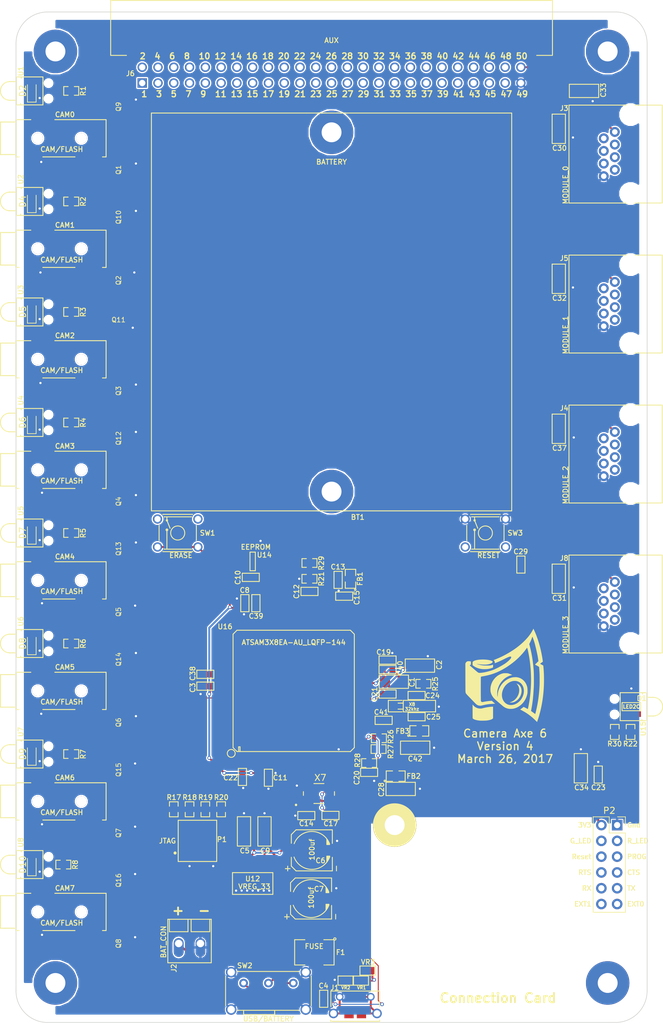
<source format=kicad_pcb>
(kicad_pcb (version 4) (host pcbnew 4.0.5)
  (layers (0 F.Cu mixed) (31 B.Cu signal) (35 F.Paste user) (36 B.SilkS user) (37 F.SilkS user) (38 B.Mask user) (39 F.Mask user) (44 Edge.Cuts user))
  (net 0 "")
  (net 1 /AUX02)
  (net 2 /AUX03)
  (net 3 /AUX04)
  (net 4 /AUX05)
  (net 5 /AUX06)
  (net 6 /AUX07)
  (net 7 /AUX08)
  (net 8 /AUX09)
  (net 9 /AUX10)
  (net 10 /AUX11)
  (net 11 /AUX12)
  (net 12 /AUX13)
  (net 13 /AUX14)
  (net 14 /AUX15)
  (net 15 /AUX16)
  (net 16 /AUX17)
  (net 17 /AUX18)
  (net 18 /AUX19)
  (net 19 /AUX20)
  (net 20 /AUX21)
  (net 21 /AUX22)
  (net 22 /AUX23)
  (net 23 /AUX24)
  (net 24 /AUX25)
  (net 25 /AUX26)
  (net 26 /AUX27)
  (net 27 /AUX28)
  (net 28 /AUX29)
  (net 29 /AUX30)
  (net 30 /AUX31)
  (net 31 /AUX32)
  (net 32 /AUX33)
  (net 33 /AUX34)
  (net 34 /AUX35)
  (net 35 /AUX36)
  (net 36 /AUX37)
  (net 37 /AUX38)
  (net 38 /AUX39)
  (net 39 /AUX40)
  (net 40 /AUX41)
  (net 41 /AUX42)
  (net 42 /AUX43)
  (net 43 /AUX_RX)
  (net 44 /AUX_TX)
  (net 45 /CAM0F)
  (net 46 /CAM0S)
  (net 47 /CAM1F)
  (net 48 /CAM1S)
  (net 49 /CAM2F)
  (net 50 /CAM2S)
  (net 51 /CAM3F)
  (net 52 /CAM3S)
  (net 53 /CAM4F)
  (net 54 /CAM4S)
  (net 55 /CAM5F)
  (net 56 /CAM5S)
  (net 57 /CAM6F)
  (net 58 /CAM6S)
  (net 59 /CAM7F)
  (net 60 /CAM7S)
  (net 61 /D+)
  (net 62 /D-)
  (net 63 /EEPROM_ID)
  (net 64 /JTAG_TCK)
  (net 65 /JTAG_TDI)
  (net 66 /JTAG_TDO)
  (net 67 /JTAG_TMS)
  (net 68 /LV_DETECT)
  (net 69 /MOD0_AN1)
  (net 70 /MOD0_ID)
  (net 71 /MOD0_RX)
  (net 72 /MOD0_SCL)
  (net 73 /MOD0_SDA)
  (net 74 /MOD0_TX)
  (net 75 /MOD1_AN1)
  (net 76 /MOD1_ID)
  (net 77 /MOD1_RX)
  (net 78 /MOD1_SCL)
  (net 79 /MOD1_SDA)
  (net 80 /MOD1_TX)
  (net 81 /MOD2_AN1)
  (net 82 /MOD2_AN2)
  (net 83 /MOD2_AN3)
  (net 84 /MOD2_AN4)
  (net 85 /MOD2_AN5)
  (net 86 /MOD2_ID)
  (net 87 /MOD3_AN1)
  (net 88 /MOD3_CS)
  (net 89 /MOD3_ID)
  (net 90 /MOD3_MISO)
  (net 91 /MOD3_MOSI)
  (net 92 /MOD3_SCLK)
  (net 93 /M_RESET)
  (net 94 /UOTGID)
  (net 95 /VBUS)
  (net 96 /VDDOUT)
  (net 97 /VDDPLL)
  (net 98 3V3)
  (net 99 5V)
  (net 100 GND)
  (net 101 "Net-(C14-Pad1)")
  (net 102 "Net-(C15-Pad1)")
  (net 103 "Net-(C17-Pad1)")
  (net 104 "Net-(C20-Pad1)")
  (net 105 "Net-(C24-Pad2)")
  (net 106 "Net-(C25-Pad2)")
  (net 107 "Net-(C42-Pad1)")
  (net 108 "Net-(CAM0-Pad1)")
  (net 109 "Net-(CAM0-Pad2)")
  (net 110 "Net-(CAM1-Pad1)")
  (net 111 "Net-(CAM1-Pad2)")
  (net 112 "Net-(CAM2-Pad1)")
  (net 113 "Net-(CAM2-Pad2)")
  (net 114 "Net-(CAM3-Pad1)")
  (net 115 "Net-(CAM3-Pad2)")
  (net 116 "Net-(CAM4-Pad1)")
  (net 117 "Net-(CAM4-Pad2)")
  (net 118 "Net-(CAM5-Pad1)")
  (net 119 "Net-(CAM5-Pad2)")
  (net 120 "Net-(CAM6-Pad1)")
  (net 121 "Net-(CAM6-Pad2)")
  (net 122 "Net-(CAM7-Pad1)")
  (net 123 "Net-(CAM7-Pad2)")
  (net 124 "Net-(D1-Pad1)")
  (net 125 "Net-(D1-Pad2)")
  (net 126 "Net-(F1-Pad2)")
  (net 127 "Net-(J2-Pad2)")
  (net 128 "Net-(R25-Pad2)")
  (net 129 "Net-(R26-Pad2)")
  (net 130 "Net-(R27-Pad2)")
  (net 131 "Net-(SW1-Pad3)")
  (net 132 "Net-(D2-Pad2)")
  (net 133 "Net-(D4-Pad2)")
  (net 134 "Net-(D5-Pad2)")
  (net 135 "Net-(D6-Pad2)")
  (net 136 "Net-(D7-Pad2)")
  (net 137 "Net-(D8-Pad2)")
  (net 138 "Net-(D9-Pad2)")
  (net 139 "Net-(D10-Pad2)")
  (net 140 /CC_RX)
  (net 141 /CC_TX)
  (net 142 /CC_RTS)
  (net 143 /CC_CTS)
  (net 144 /AUX44)
  (net 145 /AUX45)
  (net 146 /AUX46)
  (net 147 /AUX47)
  (net 148 /CC_RESET)
  (net 149 /CC_PROG)
  (net 150 /CC_R_LED)
  (net 151 /CC_G_LED)
  (net 152 /CC_EXT0)
  (net 153 /CC_EXT1)
  (module CA6:c_1206 (layer F.Cu) (at 86.2203 133.147)
    (fp_text reference C1 (at 2.9337 0.076 90) (layer F.SilkS) (effects (font (size 0.8 0.8))))
    (fp_text value 10uf hide)
    (pad 1 smd rect (at 1.397 0) (size 1.6002 1.8034) (layers F.Cu) (net 100 GND))
    (pad 2 smd rect (at -1.397 0) (size 1.6002 1.8034) (layers F.Cu) (net 96 /VDDOUT))
  )
  (module CA6:c_1206 (layer F.Cu) (at 90.424 130.556)
    (fp_text reference C2 (at 3.1115 -0.1143 90) (layer F.SilkS) (effects (font (size 0.8 0.8))))
    (fp_text value 10uf hide)
    (pad 1 smd rect (at 1.397 0) (size 1.6002 1.8034) (layers F.Cu) (net 100 GND))
    (pad 2 smd rect (at -1.397 0) (size 1.6002 1.8034) (layers F.Cu) (net 98 3V3))
  )
  (module CA6:c_0603 (layer F.Cu) (at 55.88 133.858)
    (fp_text reference C3 (at -2.032 0.254 90) (layer F.SilkS) (effects (font (size 0.8 0.8))))
    (fp_text value 0.1uf hide)
    (pad 1 smd rect (at 0.7518 0) (size 0.8992 1.0008) (layers F.Cu) (net 98 3V3))
    (pad 2 smd rect (at -0.7518 0) (size 0.8992 1.0008) (layers F.Cu) (net 100 GND))
  )
  (module CA6:c_0603 (layer F.Cu) (at 74.93 184.15 90)
    (fp_text reference C4 (at 2.0828 -0.0254 180) (layer F.SilkS) (effects (font (size 0.8 0.8))))
    (fp_text value 0.1uf hide)
    (pad 1 smd rect (at 0.7518 0 90) (size 0.8992 1.0008) (layers F.Cu) (net 95 /VBUS))
    (pad 2 smd rect (at -0.7518 0 90) (size 0.8992 1.0008) (layers F.Cu) (net 100 GND))
  )
  (module CA6:c_1206 (layer F.Cu) (at 62.103 157.226 270)
    (fp_text reference C5 (at 3.1115 -0.1143 360) (layer F.SilkS) (effects (font (size 0.8 0.8))))
    (fp_text value 10uf hide)
    (pad 1 smd rect (at 1.397 0 270) (size 1.6002 1.8034) (layers F.Cu) (net 98 3V3))
    (pad 2 smd rect (at -1.397 0 270) (size 1.6002 1.8034) (layers F.Cu) (net 100 GND))
  )
  (module CA6:c_elec_6.3x5.7 (layer F.Cu) (at 73.025 160.274 180)
    (fp_text reference C6 (at -1.397 -1.651 360) (layer F.SilkS) (effects (font (size 0.8 0.8))))
    (fp_text value 100uf (at -0.0254 0.127 270) (layer F.SilkS) (effects (font (size 0.8 0.8))))
    (pad 1 smd rect (at 2.7508 0 180) (size 3.5992 1.6002) (layers F.Cu) (net 98 3V3))
    (pad 2 smd rect (at -2.7508 0 180) (size 3.5992 1.6002) (layers F.Cu) (net 100 GND))
  )
  (module CA6:c_elec_6.3x5.7 (layer F.Cu) (at 72.898 168.021 180)
    (fp_text reference C7 (at -1.27 1.524 360) (layer F.SilkS) (effects (font (size 0.8 0.8))))
    (fp_text value 100uf (at -0.0254 0.127 270) (layer F.SilkS) (effects (font (size 0.8 0.8))))
    (pad 1 smd rect (at 2.7508 0 180) (size 3.5992 1.6002) (layers F.Cu) (net 99 5V))
    (pad 2 smd rect (at -2.7508 0 180) (size 3.5992 1.6002) (layers F.Cu) (net 100 GND))
  )
  (module CA6:c_0603 (layer F.Cu) (at 62.2427 120.5103 90)
    (fp_text reference C8 (at 2.0828 -0.0254 180) (layer F.SilkS) (effects (font (size 0.8 0.8))))
    (fp_text value 0.1uf hide)
    (pad 1 smd rect (at 0.7518 0 90) (size 0.8992 1.0008) (layers F.Cu) (net 100 GND))
    (pad 2 smd rect (at -0.7518 0 90) (size 0.8992 1.0008) (layers F.Cu) (net 98 3V3))
  )
  (module CA6:c_1206 (layer F.Cu) (at 65.405 157.226 270)
    (fp_text reference C9 (at 3.1115 -0.1143 360) (layer F.SilkS) (effects (font (size 0.8 0.8))))
    (fp_text value 10uf hide)
    (pad 1 smd rect (at 1.397 0 270) (size 1.6002 1.8034) (layers F.Cu) (net 99 5V))
    (pad 2 smd rect (at -1.397 0 270) (size 1.6002 1.8034) (layers F.Cu) (net 100 GND))
  )
  (module CA6:c_0603 (layer F.Cu) (at 63.1952 116.3574 180)
    (fp_text reference C10 (at 2.0828 -0.0254 270) (layer F.SilkS) (effects (font (size 0.8 0.8))))
    (fp_text value 0.1uf hide)
    (pad 1 smd rect (at 0.7518 0 180) (size 0.8992 1.0008) (layers F.Cu) (net 98 3V3))
    (pad 2 smd rect (at -0.7518 0 180) (size 0.8992 1.0008) (layers F.Cu) (net 100 GND))
  )
  (module CA6:c_0603 (layer F.Cu) (at 66.04 148.59 90)
    (fp_text reference C11 (at 0 1.905 180) (layer F.SilkS) (effects (font (size 0.8 0.8))))
    (fp_text value 0.1uf hide)
    (pad 1 smd rect (at 0.7518 0 90) (size 0.8992 1.0008) (layers F.Cu) (net 98 3V3))
    (pad 2 smd rect (at -0.7518 0 90) (size 0.8992 1.0008) (layers F.Cu) (net 100 GND))
  )
  (module CA6:c_0603 (layer F.Cu) (at 72.644 118.618 180)
    (fp_text reference C12 (at 2.0828 -0.0254 270) (layer F.SilkS) (effects (font (size 0.8 0.8))))
    (fp_text value 0.1uf hide)
    (pad 1 smd rect (at 0.7518 0 180) (size 0.8992 1.0008) (layers F.Cu) (net 100 GND))
    (pad 2 smd rect (at -0.7518 0 180) (size 0.8992 1.0008) (layers F.Cu) (net 68 /LV_DETECT))
  )
  (module CA6:c_0603 (layer F.Cu) (at 77.2541 116.7638 90)
    (fp_text reference C13 (at 2.0828 -0.0254 180) (layer F.SilkS) (effects (font (size 0.8 0.8))))
    (fp_text value 0.1uf hide)
    (pad 1 smd rect (at 0.7518 0 90) (size 0.8992 1.0008) (layers F.Cu) (net 98 3V3))
    (pad 2 smd rect (at -0.7518 0 90) (size 0.8992 1.0008) (layers F.Cu) (net 100 GND))
  )
  (module CA6:c_0603 (layer F.Cu) (at 72.136 154.686)
    (fp_text reference C14 (at 0 1.27 180) (layer F.SilkS) (effects (font (size 0.8 0.8))))
    (fp_text value 20pf hide)
    (pad 1 smd rect (at 0.7518 0) (size 0.8992 1.0008) (layers F.Cu) (net 101 "Net-(C14-Pad1)"))
    (pad 2 smd rect (at -0.7518 0) (size 0.8992 1.0008) (layers F.Cu) (net 100 GND))
  )
  (module CA6:c_0603 (layer F.Cu) (at 78.232 119.38)
    (fp_text reference C15 (at 2.032 0.254 90) (layer F.SilkS) (effects (font (size 0.8 0.8))))
    (fp_text value 0.1uf hide)
    (pad 1 smd rect (at 0.7518 0) (size 0.8992 1.0008) (layers F.Cu) (net 102 "Net-(C15-Pad1)"))
    (pad 2 smd rect (at -0.7518 0) (size 0.8992 1.0008) (layers F.Cu) (net 100 GND))
  )
  (module CA6:c_0603 (layer F.Cu) (at 76.0222 154.661 180)
    (fp_text reference C17 (at -0.0508 -1.295 360) (layer F.SilkS) (effects (font (size 0.8 0.8))))
    (fp_text value 20pf hide)
    (pad 1 smd rect (at 0.7518 0 180) (size 0.8992 1.0008) (layers F.Cu) (net 103 "Net-(C17-Pad1)"))
    (pad 2 smd rect (at -0.7518 0 180) (size 0.8992 1.0008) (layers F.Cu) (net 100 GND))
  )
  (module CA6:c_0603 (layer F.Cu) (at 85.217 129.667)
    (fp_text reference C19 (at -0.635 -1.27 180) (layer F.SilkS) (effects (font (size 0.8 0.8))))
    (fp_text value 0.1uf hide)
    (pad 1 smd rect (at 0.7518 0) (size 0.8992 1.0008) (layers F.Cu) (net 100 GND))
    (pad 2 smd rect (at -0.7518 0) (size 0.8992 1.0008) (layers F.Cu) (net 98 3V3))
  )
  (module CA6:c_0603 (layer F.Cu) (at 82.2452 147.726 180)
    (fp_text reference C20 (at 1.9812 -0.864 270) (layer F.SilkS) (effects (font (size 0.8 0.8))))
    (fp_text value 20pf hide)
    (pad 1 smd rect (at 0.7518 0 180) (size 0.8992 1.0008) (layers F.Cu) (net 104 "Net-(C20-Pad1)"))
    (pad 2 smd rect (at -0.7518 0 180) (size 0.8992 1.0008) (layers F.Cu) (net 100 GND))
  )
  (module CA6:c_0603 (layer F.Cu) (at 85.217 135.128 180)
    (fp_text reference C21 (at 2.0828 -0.0254 270) (layer F.SilkS) (effects (font (size 0.8 0.8))))
    (fp_text value 0.1uf hide)
    (pad 1 smd rect (at 0.7518 0 180) (size 0.8992 1.0008) (layers F.Cu) (net 98 3V3))
    (pad 2 smd rect (at -0.7518 0 180) (size 0.8992 1.0008) (layers F.Cu) (net 100 GND))
  )
  (module CA6:c_0603 (layer F.Cu) (at 61.849 148.463 270)
    (fp_text reference C22 (at 0.127 1.905 360) (layer F.SilkS) (effects (font (size 0.8 0.8))))
    (fp_text value 0.1uf hide)
    (pad 1 smd rect (at 0.7518 0 270) (size 0.8992 1.0008) (layers F.Cu) (net 100 GND))
    (pad 2 smd rect (at -0.7518 0 270) (size 0.8992 1.0008) (layers F.Cu) (net 96 /VDDOUT))
  )
  (module CA6:c_0603 (layer F.Cu) (at 119.126 148.082 270)
    (fp_text reference C23 (at 2.0828 -0.0254 360) (layer F.SilkS) (effects (font (size 0.8 0.8))))
    (fp_text value 0.1uf hide)
    (pad 1 smd rect (at 0.7518 0 270) (size 0.8992 1.0008) (layers F.Cu) (net 98 3V3))
    (pad 2 smd rect (at -0.7518 0 270) (size 0.8992 1.0008) (layers F.Cu) (net 100 GND))
  )
  (module CA6:c_0603 (layer F.Cu) (at 89.8906 135.369)
    (fp_text reference C24 (at 2.5654 0.013) (layer F.SilkS) (effects (font (size 0.8 0.8))))
    (fp_text value 20pf hide)
    (pad 1 smd rect (at 0.7518 0) (size 0.8992 1.0008) (layers F.Cu) (net 100 GND))
    (pad 2 smd rect (at -0.7518 0) (size 0.8992 1.0008) (layers F.Cu) (net 105 "Net-(C24-Pad2)"))
  )
  (module CA6:c_0603 (layer F.Cu) (at 89.8906 138.773)
    (fp_text reference C25 (at 2.6924 0.038 180) (layer F.SilkS) (effects (font (size 0.8 0.8))))
    (fp_text value 20pf hide)
    (pad 1 smd rect (at 0.7518 0) (size 0.8992 1.0008) (layers F.Cu) (net 100 GND))
    (pad 2 smd rect (at -0.7518 0) (size 0.8992 1.0008) (layers F.Cu) (net 106 "Net-(C25-Pad2)"))
  )
  (module CA6:c_1206 (layer F.Cu) (at 87.3252 150.393 180)
    (fp_text reference C28 (at 3.1115 -0.1143 270) (layer F.SilkS) (effects (font (size 0.8 0.8))))
    (fp_text value 10uf hide)
    (pad 1 smd rect (at 1.397 0 180) (size 1.6002 1.8034) (layers F.Cu) (net 97 /VDDPLL))
    (pad 2 smd rect (at -1.397 0 180) (size 1.6002 1.8034) (layers F.Cu) (net 100 GND))
  )
  (module CA6:c_0603 (layer F.Cu) (at 106.68 114.3 90)
    (fp_text reference C29 (at 2.0828 -0.0254 180) (layer F.SilkS) (effects (font (size 0.8 0.8))))
    (fp_text value 0.1uf hide)
    (pad 1 smd rect (at 0.7518 0 90) (size 0.8992 1.0008) (layers F.Cu) (net 93 /M_RESET))
    (pad 2 smd rect (at -0.7518 0 90) (size 0.8992 1.0008) (layers F.Cu) (net 98 3V3))
  )
  (module CA6:c_1206 (layer F.Cu) (at 112.776 44.196 270)
    (fp_text reference C30 (at 3.1115 -0.1143 360) (layer F.SilkS) (effects (font (size 0.8 0.8))))
    (fp_text value 10uf hide)
    (pad 1 smd rect (at 1.397 0 270) (size 1.6002 1.8034) (layers F.Cu) (net 100 GND))
    (pad 2 smd rect (at -1.397 0 270) (size 1.6002 1.8034) (layers F.Cu) (net 98 3V3))
  )
  (module CA6:c_1206 (layer F.Cu) (at 112.776 116.586 270)
    (fp_text reference C31 (at 3.1115 -0.1143 360) (layer F.SilkS) (effects (font (size 0.8 0.8))))
    (fp_text value 10uf hide)
    (pad 1 smd rect (at 1.397 0 270) (size 1.6002 1.8034) (layers F.Cu) (net 100 GND))
    (pad 2 smd rect (at -1.397 0 270) (size 1.6002 1.8034) (layers F.Cu) (net 98 3V3))
  )
  (module CA6:c_1206 (layer F.Cu) (at 112.776 68.326 270)
    (fp_text reference C32 (at 3.1115 -0.1143 360) (layer F.SilkS) (effects (font (size 0.8 0.8))))
    (fp_text value 10uf hide)
    (pad 1 smd rect (at 1.397 0 270) (size 1.6002 1.8034) (layers F.Cu) (net 100 GND))
    (pad 2 smd rect (at -1.397 0 270) (size 1.6002 1.8034) (layers F.Cu) (net 98 3V3))
  )
  (module CA6:c_1206 (layer F.Cu) (at 116.84 38.1)
    (fp_text reference C33 (at 3.1115 -0.1143 90) (layer F.SilkS) (effects (font (size 0.8 0.8))))
    (fp_text value 10uf hide)
    (pad 1 smd rect (at 1.397 0) (size 1.6002 1.8034) (layers F.Cu) (net 100 GND))
    (pad 2 smd rect (at -1.397 0) (size 1.6002 1.8034) (layers F.Cu) (net 98 3V3))
  )
  (module CA6:c_1206 (layer F.Cu) (at 116.332 147.066 270)
    (fp_text reference C34 (at 3.1115 -0.1143 360) (layer F.SilkS) (effects (font (size 0.8 0.8))))
    (fp_text value 10uf hide)
    (pad 1 smd rect (at 1.397 0 270) (size 1.6002 1.8034) (layers F.Cu) (net 98 3V3))
    (pad 2 smd rect (at -1.397 0 270) (size 1.6002 1.8034) (layers F.Cu) (net 100 GND))
  )
  (module CA6:c_1206 (layer F.Cu) (at 112.776 92.456 270)
    (fp_text reference C37 (at 3.1115 -0.1143 360) (layer F.SilkS) (effects (font (size 0.8 0.8))))
    (fp_text value 10uf hide)
    (pad 1 smd rect (at 1.397 0 270) (size 1.6002 1.8034) (layers F.Cu) (net 100 GND))
    (pad 2 smd rect (at -1.397 0 270) (size 1.6002 1.8034) (layers F.Cu) (net 98 3V3))
  )
  (module CA6:c_0603 (layer F.Cu) (at 55.88 131.953)
    (fp_text reference C38 (at -2.032 -0.127 90) (layer F.SilkS) (effects (font (size 0.8 0.8))))
    (fp_text value 0.1uf hide)
    (pad 1 smd rect (at 0.7518 0) (size 0.8992 1.0008) (layers F.Cu) (net 96 /VDDOUT))
    (pad 2 smd rect (at -0.7518 0) (size 0.8992 1.0008) (layers F.Cu) (net 100 GND))
  )
  (module CA6:c_0603 (layer F.Cu) (at 64.0207 120.5103 270)
    (fp_text reference C39 (at 2.0828 -0.0254 360) (layer F.SilkS) (effects (font (size 0.8 0.8))))
    (fp_text value 0.1uf hide)
    (pad 1 smd rect (at 0.7518 0 270) (size 0.8992 1.0008) (layers F.Cu) (net 96 /VDDOUT))
    (pad 2 smd rect (at -0.7518 0 270) (size 0.8992 1.0008) (layers F.Cu) (net 100 GND))
  )
  (module CA6:c_0603 (layer F.Cu) (at 85.217 131.191)
    (fp_text reference C40 (at 2.032 -0.254 90) (layer F.SilkS) (effects (font (size 0.8 0.8))))
    (fp_text value 0.1uf hide)
    (pad 1 smd rect (at 0.7518 0) (size 0.8992 1.0008) (layers F.Cu) (net 100 GND))
    (pad 2 smd rect (at -0.7518 0) (size 0.8992 1.0008) (layers F.Cu) (net 96 /VDDOUT))
  )
  (module CA6:c_0603 (layer F.Cu) (at 84.582 139.357)
    (fp_text reference C41 (at -0.381 -1.308 180) (layer F.SilkS) (effects (font (size 0.8 0.8))))
    (fp_text value 0.1uf hide)
    (pad 1 smd rect (at 0.7518 0) (size 0.8992 1.0008) (layers F.Cu) (net 100 GND))
    (pad 2 smd rect (at -0.7518 0) (size 0.8992 1.0008) (layers F.Cu) (net 96 /VDDOUT))
  )
  (module CA6:c_1206 (layer F.Cu) (at 89.662 143.764 180)
    (fp_text reference C42 (at 0 -1.778 360) (layer F.SilkS) (effects (font (size 0.8 0.8))))
    (fp_text value 10uf hide)
    (pad 1 smd rect (at 1.397 0 180) (size 1.6002 1.8034) (layers F.Cu) (net 107 "Net-(C42-Pad1)"))
    (pad 2 smd rect (at -1.397 0 180) (size 1.6002 1.8034) (layers F.Cu) (net 100 GND))
  )
  (module CA6:161-3334-E_Big_Pad (layer F.Cu) (at 25.4 45.72)
    (fp_text reference CAM0 (at 7.874 -3.81) (layer F.SilkS) (effects (font (size 0.8 0.8) (thickness 0.1524))))
    (fp_text value CAM/FLASH (at 7.366 1.778) (layer F.SilkS) (effects (font (size 0.8 0.8) (thickness 0.1524))))
    (pad 1 smd rect (at 4.3942 -3.7084) (size 2.2098 2.794) (layers F.Cu) (net 108 "Net-(CAM0-Pad1)"))
    (pad 2 smd rect (at 11.7856 3.7084) (size 2.794 2.794) (layers F.Cu) (net 109 "Net-(CAM0-Pad2)"))
    (pad 3 smd rect (at 2.3876 3.7084) (size 2.2098 2.794) (layers F.Cu) (net 100 GND))
    (pad "" np_thru_hole circle (at 10.5156 0 270) (size 1.7018 1.7018) (drill 1.7) (layers *.Cu *.Mask))
    (pad "" np_thru_hole circle (at 3.5052 0 270) (size 1.7018 1.7018) (drill 1.7) (layers *.Cu *.Mask))
  )
  (module CA6:161-3334-E_Big_Pad (layer F.Cu) (at 25.4 63.5)
    (fp_text reference CAM1 (at 7.874 -3.81) (layer F.SilkS) (effects (font (size 0.8 0.8) (thickness 0.1524))))
    (fp_text value CAM/FLASH (at 7.366 1.778) (layer F.SilkS) (effects (font (size 0.8 0.8) (thickness 0.1524))))
    (pad 1 smd rect (at 4.3942 -3.7084) (size 2.2098 2.794) (layers F.Cu) (net 110 "Net-(CAM1-Pad1)"))
    (pad 2 smd rect (at 11.7856 3.7084) (size 2.794 2.794) (layers F.Cu) (net 111 "Net-(CAM1-Pad2)"))
    (pad 3 smd rect (at 2.3876 3.7084) (size 2.2098 2.794) (layers F.Cu) (net 100 GND))
    (pad "" np_thru_hole circle (at 10.5156 0 270) (size 1.7018 1.7018) (drill 1.7) (layers *.Cu *.Mask))
    (pad "" np_thru_hole circle (at 3.5052 0 270) (size 1.7018 1.7018) (drill 1.7) (layers *.Cu *.Mask))
  )
  (module CA6:161-3334-E_Big_Pad (layer F.Cu) (at 25.4 81.28)
    (fp_text reference CAM2 (at 7.874 -3.81) (layer F.SilkS) (effects (font (size 0.8 0.8) (thickness 0.1524))))
    (fp_text value CAM/FLASH (at 7.366 1.778) (layer F.SilkS) (effects (font (size 0.8 0.8) (thickness 0.1524))))
    (pad 1 smd rect (at 4.3942 -3.7084) (size 2.2098 2.794) (layers F.Cu) (net 112 "Net-(CAM2-Pad1)"))
    (pad 2 smd rect (at 11.7856 3.7084) (size 2.794 2.794) (layers F.Cu) (net 113 "Net-(CAM2-Pad2)"))
    (pad 3 smd rect (at 2.3876 3.7084) (size 2.2098 2.794) (layers F.Cu) (net 100 GND))
    (pad "" np_thru_hole circle (at 10.5156 0 270) (size 1.7018 1.7018) (drill 1.7) (layers *.Cu *.Mask))
    (pad "" np_thru_hole circle (at 3.5052 0 270) (size 1.7018 1.7018) (drill 1.7) (layers *.Cu *.Mask))
  )
  (module CA6:161-3334-E_Big_Pad (layer F.Cu) (at 25.4 99.06)
    (fp_text reference CAM3 (at 7.874 -3.81) (layer F.SilkS) (effects (font (size 0.8 0.8) (thickness 0.1524))))
    (fp_text value CAM/FLASH (at 7.366 1.778) (layer F.SilkS) (effects (font (size 0.8 0.8) (thickness 0.1524))))
    (pad 1 smd rect (at 4.3942 -3.7084) (size 2.2098 2.794) (layers F.Cu) (net 114 "Net-(CAM3-Pad1)"))
    (pad 2 smd rect (at 11.7856 3.7084) (size 2.794 2.794) (layers F.Cu) (net 115 "Net-(CAM3-Pad2)"))
    (pad 3 smd rect (at 2.3876 3.7084) (size 2.2098 2.794) (layers F.Cu) (net 100 GND))
    (pad "" np_thru_hole circle (at 10.5156 0 270) (size 1.7018 1.7018) (drill 1.7) (layers *.Cu *.Mask))
    (pad "" np_thru_hole circle (at 3.5052 0 270) (size 1.7018 1.7018) (drill 1.7) (layers *.Cu *.Mask))
  )
  (module CA6:161-3334-E_Big_Pad (layer F.Cu) (at 25.4 116.84)
    (fp_text reference CAM4 (at 7.874 -3.81) (layer F.SilkS) (effects (font (size 0.8 0.8) (thickness 0.1524))))
    (fp_text value CAM/FLASH (at 7.366 1.778) (layer F.SilkS) (effects (font (size 0.8 0.8) (thickness 0.1524))))
    (pad 1 smd rect (at 4.3942 -3.7084) (size 2.2098 2.794) (layers F.Cu) (net 116 "Net-(CAM4-Pad1)"))
    (pad 2 smd rect (at 11.7856 3.7084) (size 2.794 2.794) (layers F.Cu) (net 117 "Net-(CAM4-Pad2)"))
    (pad 3 smd rect (at 2.3876 3.7084) (size 2.2098 2.794) (layers F.Cu) (net 100 GND))
    (pad "" np_thru_hole circle (at 10.5156 0 270) (size 1.7018 1.7018) (drill 1.7) (layers *.Cu *.Mask))
    (pad "" np_thru_hole circle (at 3.5052 0 270) (size 1.7018 1.7018) (drill 1.7) (layers *.Cu *.Mask))
  )
  (module CA6:161-3334-E_Big_Pad (layer F.Cu) (at 25.4 134.62)
    (fp_text reference CAM5 (at 7.874 -3.81) (layer F.SilkS) (effects (font (size 0.8 0.8) (thickness 0.1524))))
    (fp_text value CAM/FLASH (at 7.366 1.778) (layer F.SilkS) (effects (font (size 0.8 0.8) (thickness 0.1524))))
    (pad 1 smd rect (at 4.3942 -3.7084) (size 2.2098 2.794) (layers F.Cu) (net 118 "Net-(CAM5-Pad1)"))
    (pad 2 smd rect (at 11.7856 3.7084) (size 2.794 2.794) (layers F.Cu) (net 119 "Net-(CAM5-Pad2)"))
    (pad 3 smd rect (at 2.3876 3.7084) (size 2.2098 2.794) (layers F.Cu) (net 100 GND))
    (pad "" np_thru_hole circle (at 10.5156 0 270) (size 1.7018 1.7018) (drill 1.7) (layers *.Cu *.Mask))
    (pad "" np_thru_hole circle (at 3.5052 0 270) (size 1.7018 1.7018) (drill 1.7) (layers *.Cu *.Mask))
  )
  (module CA6:161-3334-E_Big_Pad (layer F.Cu) (at 25.4 152.4)
    (fp_text reference CAM6 (at 7.874 -3.81) (layer F.SilkS) (effects (font (size 0.8 0.8) (thickness 0.1524))))
    (fp_text value CAM/FLASH (at 7.366 1.778) (layer F.SilkS) (effects (font (size 0.8 0.8) (thickness 0.1524))))
    (pad 1 smd rect (at 4.3942 -3.7084) (size 2.2098 2.794) (layers F.Cu) (net 120 "Net-(CAM6-Pad1)"))
    (pad 2 smd rect (at 11.7856 3.7084) (size 2.794 2.794) (layers F.Cu) (net 121 "Net-(CAM6-Pad2)"))
    (pad 3 smd rect (at 2.3876 3.7084) (size 2.2098 2.794) (layers F.Cu) (net 100 GND))
    (pad "" np_thru_hole circle (at 10.5156 0 270) (size 1.7018 1.7018) (drill 1.7) (layers *.Cu *.Mask))
    (pad "" np_thru_hole circle (at 3.5052 0 270) (size 1.7018 1.7018) (drill 1.7) (layers *.Cu *.Mask))
  )
  (module CA6:161-3334-E_Big_Pad (layer F.Cu) (at 25.4 170.18)
    (fp_text reference CAM7 (at 7.874 -3.81) (layer F.SilkS) (effects (font (size 0.8 0.8) (thickness 0.1524))))
    (fp_text value CAM/FLASH (at 7.366 1.778) (layer F.SilkS) (effects (font (size 0.8 0.8) (thickness 0.1524))))
    (pad 1 smd rect (at 4.3942 -3.7084) (size 2.2098 2.794) (layers F.Cu) (net 122 "Net-(CAM7-Pad1)"))
    (pad 2 smd rect (at 11.7856 3.7084) (size 2.794 2.794) (layers F.Cu) (net 123 "Net-(CAM7-Pad2)"))
    (pad 3 smd rect (at 2.3876 3.7084) (size 2.2098 2.794) (layers F.Cu) (net 100 GND))
    (pad "" np_thru_hole circle (at 10.5156 0 270) (size 1.7018 1.7018) (drill 1.7) (layers *.Cu *.Mask))
    (pad "" np_thru_hole circle (at 3.5052 0 270) (size 1.7018 1.7018) (drill 1.7) (layers *.Cu *.Mask))
  )
  (module CA6:LED-SOT-23 (layer F.Cu) (at 124.46 137.16)
    (fp_text reference D1 (at 1.651 -1.3335) (layer F.SilkS) (effects (font (size 0.8 0.8))))
    (fp_text value LED2C (at 0 0) (layer F.SilkS) (effects (font (size 0.5842 0.5842) (thickness 0.14605))))
    (pad 1 smd rect (at -1.05 1.2) (size 1 0.9) (layers F.Cu) (net 124 "Net-(D1-Pad1)"))
    (pad 2 smd rect (at 1.05 1.2) (size 1 0.9) (layers F.Cu) (net 125 "Net-(D1-Pad2)"))
    (pad 3 smd rect (at 0 -1.2) (size 1 0.9) (layers F.Cu) (net 100 GND))
  )
  (module CA6:SM1812 (layer F.Cu) (at 73.4314 176.6824 180)
    (fp_text reference F1 (at -4.2164 0 180) (layer F.SilkS) (effects (font (size 0.8 0.8))))
    (fp_text value FUSE (at 0.0254 0.9652 180) (layer F.SilkS) (effects (font (size 0.8 0.8))))
    (pad 1 smd rect (at -2.286 0 180) (size 1.397 3.81) (layers F.Cu) (net 99 5V))
    (pad 2 smd rect (at 2.286 0 180) (size 1.397 3.81) (layers F.Cu) (net 126 "Net-(F1-Pad2)"))
  )
  (module CA6:SM0805 (layer F.Cu) (at 79.248 116.586 90)
    (fp_text reference FB1 (at 0 1.524 90) (layer F.SilkS) (effects (font (size 0.8 0.8))))
    (fp_text value "Ferrite Bead" hide)
    (pad 1 smd rect (at -0.9525 0 90) (size 0.889 1.397) (layers F.Cu) (net 102 "Net-(C15-Pad1)"))
    (pad 2 smd rect (at 0.9525 0 90) (size 0.889 1.397) (layers F.Cu) (net 98 3V3))
  )
  (module CA6:SM0805 (layer F.Cu) (at 86.5251 148.336)
    (fp_text reference FB2 (at 2.8829 0) (layer F.SilkS) (effects (font (size 0.8 0.8))))
    (fp_text value "Ferrite Bead" hide)
    (pad 1 smd rect (at -0.9525 0) (size 0.889 1.397) (layers F.Cu) (net 97 /VDDPLL))
    (pad 2 smd rect (at 0.9525 0) (size 0.889 1.397) (layers F.Cu) (net 96 /VDDOUT))
  )
  (module CA6:SM0805 (layer F.Cu) (at 90.3224 141.059)
    (fp_text reference FB3 (at -2.6924 0.038) (layer F.SilkS) (effects (font (size 0.8 0.8))))
    (fp_text value "Ferrite Bead" hide)
    (pad 1 smd rect (at -0.9525 0) (size 0.889 1.397) (layers F.Cu) (net 107 "Net-(C42-Pad1)"))
    (pad 2 smd rect (at 0.9525 0) (size 0.889 1.397) (layers F.Cu) (net 98 3V3))
  )
  (module CA6:USB_MICRO_10118194-0001LF (layer F.Cu) (at 80.01 187.96)
    (fp_text reference J1 (at -3.302 -5.588) (layer F.SilkS) (effects (font (size 0.8 0.8))))
    (fp_text value MICRO_USB hide)
    (pad 5 smd rect (at 1 -1.45) (size 1.5 1.55) (layers F.Cu) (net 100 GND))
    (pad 5 smd rect (at -1 -1.45) (size 1.5 1.55) (layers F.Cu) (net 100 GND))
    (pad 5 thru_hole circle (at -3.5 -1.45) (size 1.55 1.55) (drill 1.0668) (layers *.Cu *.Mask) (net 100 GND))
    (pad 2 smd rect (at -0.65 -4.125) (size 0.4 1.35) (layers F.Cu) (net 62 /D-))
    (pad 1 smd rect (at -1.3 -4.125) (size 0.4 1.35) (layers F.Cu) (net 95 /VBUS) (clearance 0.19))
    (pad 3 smd rect (at 0 -4.125) (size 0.4 1.35) (layers F.Cu) (net 61 /D+))
    (pad 4 smd rect (at 0.65 -4.125) (size 0.4 1.35) (layers F.Cu) (net 94 /UOTGID))
    (pad 5 smd rect (at 1.3 -4.125) (size 0.4 1.35) (layers F.Cu) (net 100 GND) (clearance 0.19))
    (pad 5 thru_hole circle (at 2.5 -4.125) (size 1.25 1.25) (drill 0.8128) (layers *.Cu *.Mask) (net 100 GND) (clearance 0.19))
    (pad 5 thru_hole circle (at -2.5 -4.125) (size 1.25 1.25) (drill 0.8128) (layers *.Cu *.Mask) (net 100 GND) (clearance 0.19))
    (pad 5 thru_hole circle (at 3.5 -1.45) (size 1.55 1.55) (drill 1.0668) (layers *.Cu *.Mask) (net 100 GND))
  )
  (module CA6:Screw_Terminal_Block_2P (layer F.Cu) (at 53.34 175.26 180)
    (fp_text reference J2 (at 2.5146 -3.9624 450) (layer F.SilkS) (effects (font (size 0.8 0.8))))
    (fp_text value BAT_CON (at 4.191 0.254 450) (layer F.SilkS) (effects (font (size 0.8 0.8))))
    (pad 1 thru_hole oval (at -1.75 0 180) (size 1.5748 3.048) (drill 1.2 (offset 0 -0.635)) (layers *.Cu *.Mask) (net 100 GND))
    (pad 2 thru_hole oval (at 1.75 0 180) (size 1.6002 3.048) (drill 1.2 (offset 0 -0.635)) (layers *.Cu *.Mask) (net 127 "Net-(J2-Pad2)"))
  )
  (module CA6:RJ45_RJHSE-5080 (layer F.Cu) (at 121.92 48.26 90)
    (fp_text reference J3 (at 7.366 -8.2804 180) (layer F.SilkS) (effects (font (size 0.8 0.8))))
    (fp_text value MODULE_0 (at -4.9784 -8.0518 90) (layer F.SilkS) (effects (font (size 0.8 0.8))))
    (pad "" np_thru_hole circle (at -6.35 2.42 90) (size 3.25 3.25) (drill 3.25) (layers *.Cu *.Mask))
    (pad "" np_thru_hole circle (at 6.35 2.42 90) (size 3.25 3.25) (drill 3.25) (layers *.Cu *.Mask))
    (pad 5 thru_hole circle (at -0.5 -0.12 90) (size 1.6 1.6) (drill 0.89) (layers *.Cu *.Mask) (net 70 /MOD0_ID))
    (pad 3 thru_hole circle (at 1.53 -0.12 90) (size 1.6 1.6) (drill 0.89) (layers *.Cu *.Mask) (net 72 /MOD0_SCL))
    (pad 6 thru_hole circle (at -1.53 -1.9 90) (size 1.6 1.6) (drill 0.89) (layers *.Cu *.Mask) (net 71 /MOD0_RX))
    (pad 4 thru_hole circle (at 0.5 -1.9 90) (size 1.6 1.6) (drill 0.89) (layers *.Cu *.Mask) (net 73 /MOD0_SDA))
    (pad 8 thru_hole circle (at -3.56 -1.9 90) (size 1.6 1.6) (drill 0.89) (layers *.Cu *.Mask) (net 100 GND))
    (pad 7 thru_hole circle (at -2.53 -0.12 90) (size 1.6 1.6) (drill 0.89) (layers *.Cu *.Mask) (net 74 /MOD0_TX))
    (pad 2 thru_hole circle (at 2.53 -1.9 90) (size 1.6 1.6) (drill 0.89) (layers *.Cu *.Mask) (net 69 /MOD0_AN1))
    (pad 1 thru_hole circle (at 3.56 -0.12 90) (size 1.6 1.6) (drill 0.89) (layers *.Cu *.Mask) (net 98 3V3))
  )
  (module CA6:RJ45_RJHSE-5080 (layer F.Cu) (at 121.92 96.52 90)
    (fp_text reference J4 (at 7.366 -8.2804 180) (layer F.SilkS) (effects (font (size 0.8 0.8))))
    (fp_text value MODULE_2 (at -4.9784 -8.0518 90) (layer F.SilkS) (effects (font (size 0.8 0.8))))
    (pad "" np_thru_hole circle (at -6.35 2.42 90) (size 3.25 3.25) (drill 3.25) (layers *.Cu *.Mask))
    (pad "" np_thru_hole circle (at 6.35 2.42 90) (size 3.25 3.25) (drill 3.25) (layers *.Cu *.Mask))
    (pad 5 thru_hole circle (at -0.5 -0.12 90) (size 1.6 1.6) (drill 0.89) (layers *.Cu *.Mask) (net 86 /MOD2_ID))
    (pad 3 thru_hole circle (at 1.53 -0.12 90) (size 1.6 1.6) (drill 0.89) (layers *.Cu *.Mask) (net 82 /MOD2_AN2))
    (pad 6 thru_hole circle (at -1.53 -1.9 90) (size 1.6 1.6) (drill 0.89) (layers *.Cu *.Mask) (net 84 /MOD2_AN4))
    (pad 4 thru_hole circle (at 0.5 -1.9 90) (size 1.6 1.6) (drill 0.89) (layers *.Cu *.Mask) (net 83 /MOD2_AN3))
    (pad 8 thru_hole circle (at -3.56 -1.9 90) (size 1.6 1.6) (drill 0.89) (layers *.Cu *.Mask) (net 100 GND))
    (pad 7 thru_hole circle (at -2.53 -0.12 90) (size 1.6 1.6) (drill 0.89) (layers *.Cu *.Mask) (net 85 /MOD2_AN5))
    (pad 2 thru_hole circle (at 2.53 -1.9 90) (size 1.6 1.6) (drill 0.89) (layers *.Cu *.Mask) (net 81 /MOD2_AN1))
    (pad 1 thru_hole circle (at 3.56 -0.12 90) (size 1.6 1.6) (drill 0.89) (layers *.Cu *.Mask) (net 98 3V3))
  )
  (module CA6:RJ45_RJHSE-5080 (layer F.Cu) (at 121.92 120.65 90)
    (fp_text reference J8 (at 7.366 -8.2804 180) (layer F.SilkS) (effects (font (size 0.8 0.8))))
    (fp_text value MODULE_3 (at -4.9784 -8.0518 90) (layer F.SilkS) (effects (font (size 0.8 0.8))))
    (pad "" np_thru_hole circle (at -6.35 2.42 90) (size 3.25 3.25) (drill 3.25) (layers *.Cu *.Mask))
    (pad "" np_thru_hole circle (at 6.35 2.42 90) (size 3.25 3.25) (drill 3.25) (layers *.Cu *.Mask))
    (pad 5 thru_hole circle (at -0.5 -0.12 90) (size 1.6 1.6) (drill 0.89) (layers *.Cu *.Mask) (net 89 /MOD3_ID))
    (pad 3 thru_hole circle (at 1.53 -0.12 90) (size 1.6 1.6) (drill 0.89) (layers *.Cu *.Mask) (net 91 /MOD3_MOSI))
    (pad 6 thru_hole circle (at -1.53 -1.9 90) (size 1.6 1.6) (drill 0.89) (layers *.Cu *.Mask) (net 92 /MOD3_SCLK))
    (pad 4 thru_hole circle (at 0.5 -1.9 90) (size 1.6 1.6) (drill 0.89) (layers *.Cu *.Mask) (net 90 /MOD3_MISO))
    (pad 8 thru_hole circle (at -3.56 -1.9 90) (size 1.6 1.6) (drill 0.89) (layers *.Cu *.Mask) (net 100 GND))
    (pad 7 thru_hole circle (at -2.53 -0.12 90) (size 1.6 1.6) (drill 0.89) (layers *.Cu *.Mask) (net 88 /MOD3_CS))
    (pad 2 thru_hole circle (at 2.53 -1.9 90) (size 1.6 1.6) (drill 0.89) (layers *.Cu *.Mask) (net 87 /MOD3_AN1))
    (pad 1 thru_hole circle (at 3.56 -0.12 90) (size 1.6 1.6) (drill 0.89) (layers *.Cu *.Mask) (net 98 3V3))
  )
  (module CA6:CA_Logo_15mm (layer F.Cu) (at 104.14 132.08)
    (fp_text reference LOGO1 hide)
    (fp_text value CA_LOGO_150 hide)
  )
  (module CA6:JTAG_20021121-00010C4LF (layer F.Cu) (at 54.61 158.75 90)
    (fp_text reference P1 (at 0.2286 3.937 180) (layer F.SilkS) (effects (font (size 0.8 0.8))))
    (fp_text value JTAG (at 0 -4.826 180) (layer F.SilkS) (effects (font (size 0.8 0.8))))
    (pad 1 smd rect (at -1.95 -2.54 90) (size 2.4 0.76) (layers F.Cu) (net 98 3V3))
    (pad 2 smd rect (at 1.95 -2.54 90) (size 2.4 0.76) (layers F.Cu) (net 67 /JTAG_TMS))
    (pad 3 smd rect (at -1.95 -1.27 90) (size 2.4 0.76) (layers F.Cu) (net 100 GND))
    (pad 4 smd rect (at 1.95 -1.27 90) (size 2.4 0.76) (layers F.Cu) (net 64 /JTAG_TCK))
    (pad 5 smd rect (at -1.95 0 90) (size 2.4 0.76) (layers F.Cu) (net 100 GND))
    (pad 6 smd rect (at 1.95 0 90) (size 2.4 0.76) (layers F.Cu) (net 66 /JTAG_TDO))
    (pad 7 smd rect (at -1.95 1.27 90) (size 2.4 0.76) (layers F.Cu))
    (pad 8 smd rect (at 1.95 1.27 90) (size 2.4 0.76) (layers F.Cu) (net 65 /JTAG_TDI))
    (pad 9 smd rect (at -1.95 2.54 90) (size 2.4 0.76) (layers F.Cu) (net 100 GND))
    (pad 10 smd rect (at 1.95 2.54 90) (size 2.4 0.76) (layers F.Cu) (net 93 /M_RESET))
  )
  (module CA6:SOT23 (layer F.Cu) (at 40.64 50.8 90)
    (fp_text reference Q1 (at 0 1.27 90) (layer F.SilkS) (effects (font (size 0.762 0.762) (thickness 0.11938))))
    (fp_text value BSS138P hide)
    (pad 1 smd rect (at -1.1 2.6 90) (size 1.2 1.4) (layers F.Cu) (net 46 /CAM0S))
    (pad 2 smd rect (at 1.1 2.6 90) (size 1.2 1.4) (layers F.Cu) (net 100 GND))
    (pad 3 smd rect (at 0 0 90) (size 2.8 1.4) (layers F.Cu) (net 109 "Net-(CAM0-Pad2)"))
  )
  (module CA6:SOT23 (layer F.Cu) (at 40.64 68.58 90)
    (fp_text reference Q2 (at 0 1.27 90) (layer F.SilkS) (effects (font (size 0.762 0.762) (thickness 0.11938))))
    (fp_text value BSS138P hide)
    (pad 1 smd rect (at -1.1 2.6 90) (size 1.2 1.4) (layers F.Cu) (net 48 /CAM1S))
    (pad 2 smd rect (at 1.1 2.6 90) (size 1.2 1.4) (layers F.Cu) (net 100 GND))
    (pad 3 smd rect (at 0 0 90) (size 2.8 1.4) (layers F.Cu) (net 111 "Net-(CAM1-Pad2)"))
  )
  (module CA6:SOT23 (layer F.Cu) (at 40.64 86.36 90)
    (fp_text reference Q3 (at 0 1.27 90) (layer F.SilkS) (effects (font (size 0.762 0.762) (thickness 0.11938))))
    (fp_text value BSS138P hide)
    (pad 1 smd rect (at -1.1 2.6 90) (size 1.2 1.4) (layers F.Cu) (net 50 /CAM2S))
    (pad 2 smd rect (at 1.1 2.6 90) (size 1.2 1.4) (layers F.Cu) (net 100 GND))
    (pad 3 smd rect (at 0 0 90) (size 2.8 1.4) (layers F.Cu) (net 113 "Net-(CAM2-Pad2)"))
  )
  (module CA6:SOT23 (layer F.Cu) (at 40.64 104.14 90)
    (fp_text reference Q4 (at 0 1.27 90) (layer F.SilkS) (effects (font (size 0.762 0.762) (thickness 0.11938))))
    (fp_text value BSS138P hide)
    (pad 1 smd rect (at -1.1 2.6 90) (size 1.2 1.4) (layers F.Cu) (net 52 /CAM3S))
    (pad 2 smd rect (at 1.1 2.6 90) (size 1.2 1.4) (layers F.Cu) (net 100 GND))
    (pad 3 smd rect (at 0 0 90) (size 2.8 1.4) (layers F.Cu) (net 115 "Net-(CAM3-Pad2)"))
  )
  (module CA6:SOT23 (layer F.Cu) (at 40.64 121.92 90)
    (fp_text reference Q5 (at 0 1.27 90) (layer F.SilkS) (effects (font (size 0.762 0.762) (thickness 0.11938))))
    (fp_text value BSS138P hide)
    (pad 1 smd rect (at -1.1 2.6 90) (size 1.2 1.4) (layers F.Cu) (net 54 /CAM4S))
    (pad 2 smd rect (at 1.1 2.6 90) (size 1.2 1.4) (layers F.Cu) (net 100 GND))
    (pad 3 smd rect (at 0 0 90) (size 2.8 1.4) (layers F.Cu) (net 117 "Net-(CAM4-Pad2)"))
  )
  (module CA6:SOT23 (layer F.Cu) (at 40.64 139.7 90)
    (fp_text reference Q6 (at 0 1.27 90) (layer F.SilkS) (effects (font (size 0.762 0.762) (thickness 0.11938))))
    (fp_text value BSS138P hide)
    (pad 1 smd rect (at -1.1 2.6 90) (size 1.2 1.4) (layers F.Cu) (net 56 /CAM5S))
    (pad 2 smd rect (at 1.1 2.6 90) (size 1.2 1.4) (layers F.Cu) (net 100 GND))
    (pad 3 smd rect (at 0 0 90) (size 2.8 1.4) (layers F.Cu) (net 119 "Net-(CAM5-Pad2)"))
  )
  (module CA6:SOT23 (layer F.Cu) (at 40.64 157.48 90)
    (fp_text reference Q7 (at 0 1.27 90) (layer F.SilkS) (effects (font (size 0.762 0.762) (thickness 0.11938))))
    (fp_text value BSS138P hide)
    (pad 1 smd rect (at -1.1 2.6 90) (size 1.2 1.4) (layers F.Cu) (net 58 /CAM6S))
    (pad 2 smd rect (at 1.1 2.6 90) (size 1.2 1.4) (layers F.Cu) (net 100 GND))
    (pad 3 smd rect (at 0 0 90) (size 2.8 1.4) (layers F.Cu) (net 121 "Net-(CAM6-Pad2)"))
  )
  (module CA6:SOT23 (layer F.Cu) (at 40.64 175.26 90)
    (fp_text reference Q8 (at 0 1.27 90) (layer F.SilkS) (effects (font (size 0.762 0.762) (thickness 0.11938))))
    (fp_text value BSS138P hide)
    (pad 1 smd rect (at -1.1 2.6 90) (size 1.2 1.4) (layers F.Cu) (net 60 /CAM7S))
    (pad 2 smd rect (at 1.1 2.6 90) (size 1.2 1.4) (layers F.Cu) (net 100 GND))
    (pad 3 smd rect (at 0 0 90) (size 2.8 1.4) (layers F.Cu) (net 123 "Net-(CAM7-Pad2)"))
  )
  (module CA6:SOT23 (layer F.Cu) (at 40.64 40.64 90)
    (fp_text reference Q9 (at 0 1.27 90) (layer F.SilkS) (effects (font (size 0.762 0.762) (thickness 0.11938))))
    (fp_text value BSS138P hide)
    (pad 1 smd rect (at -1.1 2.6 90) (size 1.2 1.4) (layers F.Cu) (net 45 /CAM0F))
    (pad 2 smd rect (at 1.1 2.6 90) (size 1.2 1.4) (layers F.Cu) (net 100 GND))
    (pad 3 smd rect (at 0 0 90) (size 2.8 1.4) (layers F.Cu) (net 108 "Net-(CAM0-Pad1)"))
  )
  (module CA6:SOT23 (layer F.Cu) (at 40.64 58.42 90)
    (fp_text reference Q10 (at 0 1.27 90) (layer F.SilkS) (effects (font (size 0.762 0.762) (thickness 0.11938))))
    (fp_text value BSS138P hide)
    (pad 1 smd rect (at -1.1 2.6 90) (size 1.2 1.4) (layers F.Cu) (net 47 /CAM1F))
    (pad 2 smd rect (at 1.1 2.6 90) (size 1.2 1.4) (layers F.Cu) (net 100 GND))
    (pad 3 smd rect (at 0 0 90) (size 2.8 1.4) (layers F.Cu) (net 110 "Net-(CAM1-Pad1)"))
  )
  (module CA6:SOT23 (layer F.Cu) (at 41.91 73.66)
    (fp_text reference Q11 (at 0 1.27) (layer F.SilkS) (effects (font (size 0.762 0.762) (thickness 0.11938))))
    (fp_text value BSS138P hide)
    (pad 1 smd rect (at -1.1 2.6) (size 1.2 1.4) (layers F.Cu) (net 49 /CAM2F))
    (pad 2 smd rect (at 1.1 2.6) (size 1.2 1.4) (layers F.Cu) (net 100 GND))
    (pad 3 smd rect (at 0 0) (size 2.8 1.4) (layers F.Cu) (net 112 "Net-(CAM2-Pad1)"))
  )
  (module CA6:SOT23 (layer F.Cu) (at 40.64 93.98 90)
    (fp_text reference Q12 (at 0 1.27 90) (layer F.SilkS) (effects (font (size 0.762 0.762) (thickness 0.11938))))
    (fp_text value BSS138P hide)
    (pad 1 smd rect (at -1.1 2.6 90) (size 1.2 1.4) (layers F.Cu) (net 51 /CAM3F))
    (pad 2 smd rect (at 1.1 2.6 90) (size 1.2 1.4) (layers F.Cu) (net 100 GND))
    (pad 3 smd rect (at 0 0 90) (size 2.8 1.4) (layers F.Cu) (net 114 "Net-(CAM3-Pad1)"))
  )
  (module CA6:SOT23 (layer F.Cu) (at 40.64 111.76 90)
    (fp_text reference Q13 (at 0 1.27 90) (layer F.SilkS) (effects (font (size 0.762 0.762) (thickness 0.11938))))
    (fp_text value BSS138P hide)
    (pad 1 smd rect (at -1.1 2.6 90) (size 1.2 1.4) (layers F.Cu) (net 53 /CAM4F))
    (pad 2 smd rect (at 1.1 2.6 90) (size 1.2 1.4) (layers F.Cu) (net 100 GND))
    (pad 3 smd rect (at 0 0 90) (size 2.8 1.4) (layers F.Cu) (net 116 "Net-(CAM4-Pad1)"))
  )
  (module CA6:SOT23 (layer F.Cu) (at 40.64 129.54 90)
    (fp_text reference Q14 (at 0 1.27 90) (layer F.SilkS) (effects (font (size 0.762 0.762) (thickness 0.11938))))
    (fp_text value BSS138P hide)
    (pad 1 smd rect (at -1.1 2.6 90) (size 1.2 1.4) (layers F.Cu) (net 55 /CAM5F))
    (pad 2 smd rect (at 1.1 2.6 90) (size 1.2 1.4) (layers F.Cu) (net 100 GND))
    (pad 3 smd rect (at 0 0 90) (size 2.8 1.4) (layers F.Cu) (net 118 "Net-(CAM5-Pad1)"))
  )
  (module CA6:SOT23 (layer F.Cu) (at 40.64 147.32 90)
    (fp_text reference Q15 (at 0 1.27 90) (layer F.SilkS) (effects (font (size 0.762 0.762) (thickness 0.11938))))
    (fp_text value BSS138P hide)
    (pad 1 smd rect (at -1.1 2.6 90) (size 1.2 1.4) (layers F.Cu) (net 57 /CAM6F))
    (pad 2 smd rect (at 1.1 2.6 90) (size 1.2 1.4) (layers F.Cu) (net 100 GND))
    (pad 3 smd rect (at 0 0 90) (size 2.8 1.4) (layers F.Cu) (net 120 "Net-(CAM6-Pad1)"))
  )
  (module CA6:SOT23 (layer F.Cu) (at 40.64 165.1 90)
    (fp_text reference Q16 (at 0 1.27 90) (layer F.SilkS) (effects (font (size 0.762 0.762) (thickness 0.11938))))
    (fp_text value BSS138P hide)
    (pad 1 smd rect (at -1.1 2.6 90) (size 1.2 1.4) (layers F.Cu) (net 59 /CAM7F))
    (pad 2 smd rect (at 1.1 2.6 90) (size 1.2 1.4) (layers F.Cu) (net 100 GND))
    (pad 3 smd rect (at 0 0 90) (size 2.8 1.4) (layers F.Cu) (net 122 "Net-(CAM7-Pad1)"))
  )
  (module CA6:SM0603_Resistor (layer F.Cu) (at 50.8 153.67 270)
    (fp_text reference R17 (at -1.9177 -0.0254 360) (layer F.SilkS) (effects (font (size 0.8 0.8))))
    (fp_text value 100k hide)
    (pad 1 smd rect (at -0.762 0 270) (size 0.635 1.143) (layers F.Cu) (net 98 3V3))
    (pad 2 smd rect (at 0.762 0 270) (size 0.635 1.143) (layers F.Cu) (net 67 /JTAG_TMS))
  )
  (module CA6:SM0603_Resistor (layer F.Cu) (at 53.34 153.67 270)
    (fp_text reference R18 (at -1.9177 -0.0254 360) (layer F.SilkS) (effects (font (size 0.8 0.8))))
    (fp_text value 100k hide)
    (pad 1 smd rect (at -0.762 0 270) (size 0.635 1.143) (layers F.Cu) (net 98 3V3))
    (pad 2 smd rect (at 0.762 0 270) (size 0.635 1.143) (layers F.Cu) (net 64 /JTAG_TCK))
  )
  (module CA6:SM0603_Resistor (layer F.Cu) (at 55.88 153.67 270)
    (fp_text reference R19 (at -1.9177 -0.0254 360) (layer F.SilkS) (effects (font (size 0.8 0.8))))
    (fp_text value 100k hide)
    (pad 1 smd rect (at -0.762 0 270) (size 0.635 1.143) (layers F.Cu) (net 98 3V3))
    (pad 2 smd rect (at 0.762 0 270) (size 0.635 1.143) (layers F.Cu) (net 65 /JTAG_TDI))
  )
  (module CA6:SM0603_Resistor (layer F.Cu) (at 58.42 153.67 270)
    (fp_text reference R20 (at -1.9177 -0.0254 360) (layer F.SilkS) (effects (font (size 0.8 0.8))))
    (fp_text value 100k hide)
    (pad 1 smd rect (at -0.762 0 270) (size 0.635 1.143) (layers F.Cu) (net 98 3V3))
    (pad 2 smd rect (at 0.762 0 270) (size 0.635 1.143) (layers F.Cu) (net 93 /M_RESET))
  )
  (module CA6:SM0603_Resistor (layer F.Cu) (at 72.644 116.586 180)
    (fp_text reference R21 (at -1.9177 -0.0254 270) (layer F.SilkS) (effects (font (size 0.8 0.8))))
    (fp_text value 10K hide)
    (pad 1 smd rect (at -0.762 0 180) (size 0.635 1.143) (layers F.Cu) (net 68 /LV_DETECT))
    (pad 2 smd rect (at 0.762 0 180) (size 0.635 1.143) (layers F.Cu) (net 100 GND))
  )
  (module CA6:SM0603_Resistor (layer F.Cu) (at 124.333 141.224 90)
    (fp_text reference R22 (at -1.9177 -0.0254 180) (layer F.SilkS) (effects (font (size 0.8 0.8))))
    (fp_text value 680R hide)
    (pad 1 smd rect (at -0.762 0 90) (size 0.635 1.143) (layers F.Cu) (net 151 /CC_G_LED))
    (pad 2 smd rect (at 0.762 0 90) (size 0.635 1.143) (layers F.Cu) (net 125 "Net-(D1-Pad2)"))
  )
  (module CA6:SM0603_Resistor (layer F.Cu) (at 90.9828 133.477 180)
    (fp_text reference R25 (at -1.9177 -0.0254 270) (layer F.SilkS) (effects (font (size 0.8 0.8))))
    (fp_text value 100k hide)
    (pad 1 smd rect (at -0.762 0 180) (size 0.635 1.143) (layers F.Cu) (net 98 3V3))
    (pad 2 smd rect (at 0.762 0 180) (size 0.635 1.143) (layers F.Cu) (net 128 "Net-(R25-Pad2)"))
  )
  (module CA6:SM0603_Resistor (layer F.Cu) (at 83.82 142.24)
    (fp_text reference R26 (at 1.905 -0.254 90) (layer F.SilkS) (effects (font (size 0.8 0.8))))
    (fp_text value 39R hide)
    (pad 1 smd rect (at -0.762 0) (size 0.635 1.143) (layers F.Cu) (net 62 /D-))
    (pad 2 smd rect (at 0.762 0) (size 0.635 1.143) (layers F.Cu) (net 129 "Net-(R26-Pad2)"))
  )
  (module CA6:SM0603_Resistor (layer F.Cu) (at 83.7692 143.98)
    (fp_text reference R27 (at 1.9558 0.419 90) (layer F.SilkS) (effects (font (size 0.8 0.8))))
    (fp_text value 39R hide)
    (pad 1 smd rect (at -0.762 0) (size 0.635 1.143) (layers F.Cu) (net 61 /D+))
    (pad 2 smd rect (at 0.762 0) (size 0.635 1.143) (layers F.Cu) (net 130 "Net-(R27-Pad2)"))
  )
  (module CA6:SM0603_Resistor (layer F.Cu) (at 82.2452 146.228)
    (fp_text reference R28 (at -1.8542 -0.432 90) (layer F.SilkS) (effects (font (size 0.8 0.8))))
    (fp_text value 6K8+1% hide)
    (pad 1 smd rect (at -0.762 0) (size 0.635 1.143) (layers F.Cu) (net 104 "Net-(C20-Pad1)"))
    (pad 2 smd rect (at 0.762 0) (size 0.635 1.143) (layers F.Cu) (net 100 GND))
  )
  (module CA6:SM0603_Resistor (layer F.Cu) (at 72.644 114.046 180)
    (fp_text reference R29 (at -1.9177 -0.0254 270) (layer F.SilkS) (effects (font (size 0.8 0.8))))
    (fp_text value 30K hide)
    (pad 1 smd rect (at -0.762 0 180) (size 0.635 1.143) (layers F.Cu) (net 68 /LV_DETECT))
    (pad 2 smd rect (at 0.762 0 180) (size 0.635 1.143) (layers F.Cu) (net 99 5V))
  )
  (module CA6:SM0603_Resistor (layer F.Cu) (at 121.793 141.224 90)
    (fp_text reference R30 (at -1.9177 -0.0254 180) (layer F.SilkS) (effects (font (size 0.8 0.8))))
    (fp_text value 680R hide)
    (pad 1 smd rect (at -0.762 0 90) (size 0.635 1.143) (layers F.Cu) (net 150 /CC_R_LED))
    (pad 2 smd rect (at 0.762 0 90) (size 0.635 1.143) (layers F.Cu) (net 124 "Net-(D1-Pad1)"))
  )
  (module CA6:PTS645_throughhole (layer F.Cu) (at 51.435 109.22 180)
    (fp_text reference SW1 (at -4.8 0 180) (layer F.SilkS) (effects (font (size 0.8 0.8))))
    (fp_text value ERASE (at -0.508 -3.6068 180) (layer F.SilkS) (effects (font (size 0.8 0.8))))
    (pad 3 thru_hole circle (at -3.25 2.25 180) (size 1.5 1.5) (drill 1) (layers *.Cu *.Mask) (net 131 "Net-(SW1-Pad3)"))
    (pad 1 thru_hole circle (at -3.25 -2.25 180) (size 1.5 1.5) (drill 1) (layers *.Cu *.Mask) (net 98 3V3))
    (pad 2 thru_hole circle (at 3.25 -2.25 180) (size 1.5 1.5) (drill 1) (layers *.Cu *.Mask) (net 98 3V3))
    (pad 4 thru_hole circle (at 3.25 2.25 180) (size 1.5 1.5) (drill 1) (layers *.Cu *.Mask) (net 131 "Net-(SW1-Pad3)"))
  )
  (module CA6:EG_1224 (layer F.Cu) (at 66.04 182.88)
    (fp_text reference SW2 (at -3.81 -4.064) (layer F.SilkS) (effects (font (size 0.8 0.8))))
    (fp_text value USB/BATTERY (at 0 4.4958) (layer F.SilkS) (effects (font (size 0.8 0.8))))
    (pad 4 thru_hole circle (at -6 3) (size 1.70688 1.70688) (drill 1.19888) (layers *.Cu *.Mask) (net 100 GND))
    (pad 4 thru_hole circle (at 6 3) (size 1.70688 1.70688) (drill 1.19888) (layers *.Cu *.Mask) (net 100 GND))
    (pad 2 thru_hole circle (at 0 -1.25) (size 1.4 1.4) (drill 0.8) (layers *.Cu *.Mask) (net 126 "Net-(F1-Pad2)"))
    (pad 3 thru_hole circle (at 4 -1.25) (size 1.4 1.4) (drill 0.8) (layers *.Cu *.Mask) (net 127 "Net-(J2-Pad2)"))
    (pad 1 thru_hole circle (at -4 -1.25) (size 1.4 1.4) (drill 0.8) (layers *.Cu *.Mask) (net 95 /VBUS))
    (pad 4 thru_hole circle (at -6 -3) (size 1.70688 1.70688) (drill 1.19888) (layers *.Cu *.Mask) (net 100 GND))
    (pad 4 thru_hole circle (at 6 -3) (size 1.70688 1.70688) (drill 1.19888) (layers *.Cu *.Mask) (net 100 GND))
  )
  (module CA6:PTS645_throughhole (layer F.Cu) (at 100.965 109.22 180)
    (fp_text reference SW3 (at -4.8 0 180) (layer F.SilkS) (effects (font (size 0.8 0.8))))
    (fp_text value RESET (at -0.508 -3.6068 180) (layer F.SilkS) (effects (font (size 0.8 0.8))))
    (pad 3 thru_hole circle (at -3.25 2.25 180) (size 1.5 1.5) (drill 1) (layers *.Cu *.Mask) (net 100 GND))
    (pad 1 thru_hole circle (at -3.25 -2.25 180) (size 1.5 1.5) (drill 1) (layers *.Cu *.Mask) (net 93 /M_RESET))
    (pad 2 thru_hole circle (at 3.25 -2.25 180) (size 1.5 1.5) (drill 1) (layers *.Cu *.Mask) (net 93 /M_RESET))
    (pad 4 thru_hole circle (at 3.25 2.25 180) (size 1.5 1.5) (drill 1) (layers *.Cu *.Mask) (net 100 GND))
  )
  (module CA6:SOT223-5 (layer F.Cu) (at 63.5 165.608 180)
    (fp_text reference U12 (at 0 0.762 180) (layer F.SilkS) (effects (font (size 0.8 0.8))))
    (fp_text value VREG_33 (at -0.2667 -0.4953 180) (layer F.SilkS) (effects (font (size 0.8 0.8))))
    (pad 5 smd rect (at 0 -3.15 180) (size 3.3 1.5) (layers F.Cu) (net 100 GND))
    (pad 1 smd rect (at -2.25 3.15 180) (size 1 1.5) (layers F.Cu) (net 99 5V))
    (pad 2 smd rect (at -0.75 3.15 180) (size 1 1.5) (layers F.Cu))
    (pad 3 smd rect (at 0.75 3.15 180) (size 1 1.5) (layers F.Cu) (net 98 3V3))
    (pad 4 smd rect (at 2.25 3.15 180) (size 1 1.5) (layers F.Cu) (net 99 5V))
  )
  (module CA6:SOT-23_11AA160 (layer F.Cu) (at 63.5 113.792 270)
    (fp_text reference U14 (at -1.0414 -1.8796 360) (layer F.SilkS) (effects (font (size 0.8 0.8))))
    (fp_text value EEPROM (at -2.3114 -0.508 360) (layer F.SilkS) (effects (font (size 0.8 0.8))))
    (pad 1 smd rect (at -0.9525 1.0566 270) (size 0.5994 1.0008) (layers F.Cu) (net 63 /EEPROM_ID))
    (pad 3 smd rect (at 0 -1.0566 270) (size 0.5994 1.0008) (layers F.Cu) (net 100 GND))
    (pad 2 smd rect (at 0.9525 1.0566 270) (size 0.5994 1.0008) (layers F.Cu) (net 98 3V3))
  )
  (module CA6:TQFP144 (layer F.Cu) (at 70.104 134.62 180)
    (fp_text reference U16 (at 11.049 10.3378 180) (layer F.SilkS) (effects (font (size 0.8 0.8))))
    (fp_text value ATSAM3X8EA-AU_LQFP-144 (at 0 7.8 180) (layer F.SilkS) (effects (font (size 0.8 0.8))))
    (pad 1 smd rect (at 8.7503 -10.7 180) (size 0.3 1.45) (layers F.Cu) (net 47 /CAM1F))
    (pad 2 smd rect (at 8.2423 -10.7 180) (size 0.3 1.45) (layers F.Cu) (net 44 /AUX_TX))
    (pad 3 smd rect (at 7.747 -10.7 180) (size 0.3 1.45) (layers F.Cu) (net 71 /MOD0_RX))
    (pad 4 smd rect (at 7.2517 -10.7 180) (size 0.3 1.45) (layers F.Cu) (net 74 /MOD0_TX))
    (pad 5 smd rect (at 6.7437 -10.7 180) (size 0.3 1.45) (layers F.Cu) (net 140 /CC_RX))
    (pad 6 smd rect (at 6.2484 -10.7 180) (size 0.3 1.45) (layers F.Cu) (net 141 /CC_TX))
    (pad 7 smd rect (at 5.7531 -10.7 180) (size 0.3 1.45) (layers F.Cu) (net 142 /CC_RTS))
    (pad 8 smd rect (at 5.2451 -10.7 180) (size 0.3 1.45) (layers F.Cu) (net 143 /CC_CTS))
    (pad 9 smd rect (at 4.7498 -10.7 180) (size 0.3 1.45) (layers F.Cu) (net 79 /MOD1_SDA))
    (pad 10 smd rect (at 4.2545 -10.7 180) (size 0.3 1.45) (layers F.Cu) (net 96 /VDDOUT))
    (pad 11 smd rect (at 3.7465 -10.7 180) (size 0.3 1.45) (layers F.Cu) (net 98 3V3))
    (pad 12 smd rect (at 3.2512 -10.7 180) (size 0.3 1.45) (layers F.Cu) (net 100 GND))
    (pad 13 smd rect (at 2.7559 -10.7 180) (size 0.3 1.45) (layers F.Cu) (net 48 /CAM1S))
    (pad 14 smd rect (at 2.2479 -10.7 180) (size 0.3 1.45) (layers F.Cu) (net 49 /CAM2F))
    (pad 15 smd rect (at 1.7526 -10.7 180) (size 0.3 1.45) (layers F.Cu) (net 50 /CAM2S))
    (pad 16 smd rect (at 1.2573 -10.7 180) (size 0.3 1.45) (layers F.Cu) (net 51 /CAM3F))
    (pad 17 smd rect (at 0.7493 -10.7 180) (size 0.3 1.45) (layers F.Cu) (net 80 /MOD1_TX))
    (pad 18 smd rect (at 0.254 -10.7 180) (size 0.3 1.45) (layers F.Cu) (net 77 /MOD1_RX))
    (pad 19 smd rect (at -0.254 -10.7 180) (size 0.3 1.45) (layers F.Cu) (net 52 /CAM3S))
    (pad 20 smd rect (at -0.7493 -10.7 180) (size 0.3 1.45) (layers F.Cu) (net 53 /CAM4F))
    (pad 21 smd rect (at -1.2573 -10.7 180) (size 0.3 1.45) (layers F.Cu) (net 54 /CAM4S))
    (pad 22 smd rect (at -1.7526 -10.7 180) (size 0.3 1.45) (layers F.Cu) (net 55 /CAM5F))
    (pad 23 smd rect (at -2.2479 -10.7 180) (size 0.3 1.45) (layers F.Cu) (net 56 /CAM5S))
    (pad 24 smd rect (at -2.7559 -10.7 180) (size 0.3 1.45) (layers F.Cu) (net 57 /CAM6F))
    (pad 25 smd rect (at -3.2512 -10.7 180) (size 0.3 1.45) (layers F.Cu) (net 58 /CAM6S))
    (pad 26 smd rect (at -3.7465 -10.7 180) (size 0.3 1.45) (layers F.Cu) (net 59 /CAM7F))
    (pad 27 smd rect (at -4.2545 -10.7 180) (size 0.3 1.45) (layers F.Cu) (net 43 /AUX_RX))
    (pad 28 smd rect (at -4.7498 -10.7 180) (size 0.3 1.45) (layers F.Cu) (net 64 /JTAG_TCK))
    (pad 29 smd rect (at -5.2451 -10.7 180) (size 0.3 1.45) (layers F.Cu) (net 65 /JTAG_TDI))
    (pad 30 smd rect (at -5.7531 -10.7 180) (size 0.3 1.45) (layers F.Cu) (net 66 /JTAG_TDO))
    (pad 31 smd rect (at -6.2484 -10.7 180) (size 0.3 1.45) (layers F.Cu) (net 67 /JTAG_TMS))
    (pad 32 smd rect (at -6.7437 -10.7 180) (size 0.3 1.45) (layers F.Cu) (net 60 /CAM7S))
    (pad 33 smd rect (at -7.2517 -10.7 180) (size 0.3 1.45) (layers F.Cu) (net 100 GND))
    (pad 34 smd rect (at -7.747 -10.7 180) (size 0.3 1.45) (layers F.Cu) (net 97 /VDDPLL))
    (pad 35 smd rect (at -8.2423 -10.7 180) (size 0.3 1.45) (layers F.Cu) (net 101 "Net-(C14-Pad1)"))
    (pad 36 smd rect (at -8.7503 -10.7 180) (size 0.3 1.45) (layers F.Cu) (net 103 "Net-(C17-Pad1)"))
    (pad 66 smd rect (at -10.7 5.7531 180) (size 1.45 0.3) (layers F.Cu) (net 76 /MOD1_ID))
    (pad 67 smd rect (at -10.7 6.2484 180) (size 1.45 0.3) (layers F.Cu) (net 70 /MOD0_ID))
    (pad 68 smd rect (at -10.7 6.7437 180) (size 1.45 0.3) (layers F.Cu) (net 147 /AUX47))
    (pad 69 smd rect (at -10.7 7.2517 180) (size 1.45 0.3) (layers F.Cu))
    (pad 70 smd rect (at -10.7 7.747 180) (size 1.45 0.3) (layers F.Cu) (net 78 /MOD1_SCL))
    (pad 71 smd rect (at -10.7 8.2423 180) (size 1.45 0.3) (layers F.Cu) (net 146 /AUX46))
    (pad 72 smd rect (at -10.7 8.7503 180) (size 1.45 0.3) (layers F.Cu) (net 145 /AUX45))
    (pad 114 smd rect (at 10.7 6.2484 180) (size 1.45 0.3) (layers F.Cu) (net 24 /AUX25))
    (pad 115 smd rect (at 10.7 5.7531 180) (size 1.45 0.3) (layers F.Cu) (net 23 /AUX24))
    (pad 116 smd rect (at 10.7 5.2451 180) (size 1.45 0.3) (layers F.Cu) (net 22 /AUX23))
    (pad 117 smd rect (at 10.7 4.7498 180) (size 1.45 0.3) (layers F.Cu) (net 21 /AUX22))
    (pad 118 smd rect (at 10.7 4.2545 180) (size 1.45 0.3) (layers F.Cu) (net 20 /AUX21))
    (pad 119 smd rect (at 10.7 3.7465 180) (size 1.45 0.3) (layers F.Cu) (net 19 /AUX20))
    (pad 120 smd rect (at 10.7 3.2512 180) (size 1.45 0.3) (layers F.Cu) (net 18 /AUX19))
    (pad 121 smd rect (at 10.7 2.7559 180) (size 1.45 0.3) (layers F.Cu) (net 17 /AUX18))
    (pad 122 smd rect (at 10.7 2.2479 180) (size 1.45 0.3) (layers F.Cu) (net 16 /AUX17))
    (pad 123 smd rect (at 10.7 1.7526 180) (size 1.45 0.3) (layers F.Cu) (net 15 /AUX16))
    (pad 124 smd rect (at 10.7 1.2573 180) (size 1.45 0.3) (layers F.Cu) (net 96 /VDDOUT))
    (pad 125 smd rect (at 10.7 0.7493 180) (size 1.45 0.3) (layers F.Cu) (net 98 3V3))
    (pad 126 smd rect (at 10.7 0.254 180) (size 1.45 0.3) (layers F.Cu) (net 100 GND))
    (pad 127 smd rect (at 10.7 -0.254 180) (size 1.45 0.3) (layers F.Cu) (net 14 /AUX15))
    (pad 128 smd rect (at 10.7 -0.7493 180) (size 1.45 0.3) (layers F.Cu) (net 13 /AUX14))
    (pad 129 smd rect (at 10.7 -1.2573 180) (size 1.45 0.3) (layers F.Cu) (net 94 /UOTGID))
    (pad 130 smd rect (at 10.7 -1.7526 180) (size 1.45 0.3) (layers F.Cu) (net 131 "Net-(SW1-Pad3)"))
    (pad 131 smd rect (at 10.7 -2.2479 180) (size 1.45 0.3) (layers F.Cu) (net 12 /AUX13))
    (pad 132 smd rect (at 10.7 -2.7559 180) (size 1.45 0.3) (layers F.Cu) (net 11 /AUX12))
    (pad 133 smd rect (at 10.7 -3.2512 180) (size 1.45 0.3) (layers F.Cu) (net 10 /AUX11))
    (pad 134 smd rect (at 10.7 -3.7465 180) (size 1.45 0.3) (layers F.Cu) (net 9 /AUX10))
    (pad 135 smd rect (at 10.7 -4.2545 180) (size 1.45 0.3) (layers F.Cu) (net 8 /AUX09))
    (pad 136 smd rect (at 10.7 -4.7498 180) (size 1.45 0.3) (layers F.Cu) (net 7 /AUX08))
    (pad 137 smd rect (at 10.7 -5.2451 180) (size 1.45 0.3) (layers F.Cu) (net 6 /AUX07))
    (pad 138 smd rect (at 10.7 -5.7531 180) (size 1.45 0.3) (layers F.Cu) (net 5 /AUX06))
    (pad 139 smd rect (at 10.7 -6.2484 180) (size 1.45 0.3) (layers F.Cu) (net 4 /AUX05))
    (pad 140 smd rect (at 10.7 -6.7437 180) (size 1.45 0.3) (layers F.Cu) (net 3 /AUX04))
    (pad 141 smd rect (at 10.7 -7.2517 180) (size 1.45 0.3) (layers F.Cu) (net 2 /AUX03))
    (pad 142 smd rect (at 10.7 -7.747 180) (size 1.45 0.3) (layers F.Cu) (net 1 /AUX02))
    (pad 143 smd rect (at 10.7 -8.2423 180) (size 1.45 0.3) (layers F.Cu) (net 45 /CAM0F))
    (pad 144 smd rect (at 10.7 -8.7503 180) (size 1.45 0.3) (layers F.Cu) (net 46 /CAM0S))
    (pad 37 smd rect (at -10.7 -8.7503 180) (size 1.45 0.3) (layers F.Cu) (net 61 /D+))
    (pad 38 smd rect (at -10.7 -8.2423 180) (size 1.45 0.3) (layers F.Cu) (net 62 /D-))
    (pad 39 smd rect (at -10.7 -7.747 180) (size 1.45 0.3) (layers F.Cu) (net 95 /VBUS))
    (pad 40 smd rect (at -10.7 -7.2517 180) (size 1.45 0.3) (layers F.Cu) (net 104 "Net-(C20-Pad1)"))
    (pad 41 smd rect (at -10.7 -6.7437 180) (size 1.45 0.3) (layers F.Cu) (net 107 "Net-(C42-Pad1)"))
    (pad 42 smd rect (at -10.7 -6.2484 180) (size 1.45 0.3) (layers F.Cu) (net 130 "Net-(R27-Pad2)"))
    (pad 43 smd rect (at -10.7 -5.7531 180) (size 1.45 0.3) (layers F.Cu) (net 129 "Net-(R26-Pad2)"))
    (pad 44 smd rect (at -10.7 -5.2451 180) (size 1.45 0.3) (layers F.Cu) (net 100 GND))
    (pad 45 smd rect (at -10.7 -4.7498 180) (size 1.45 0.3) (layers F.Cu) (net 96 /VDDOUT))
    (pad 46 smd rect (at -10.7 -4.2545 180) (size 1.45 0.3) (layers F.Cu) (net 100 GND))
    (pad 47 smd rect (at -10.7 -3.7465 180) (size 1.45 0.3) (layers F.Cu) (net 93 /M_RESET))
    (pad 48 smd rect (at -10.7 -3.2512 180) (size 1.45 0.3) (layers F.Cu) (net 106 "Net-(C25-Pad2)"))
    (pad 49 smd rect (at -10.7 -2.7559 180) (size 1.45 0.3) (layers F.Cu) (net 105 "Net-(C24-Pad2)"))
    (pad 50 smd rect (at -10.7 -2.2479 180) (size 1.45 0.3) (layers F.Cu))
    (pad 51 smd rect (at -10.7 -1.7526 180) (size 1.45 0.3) (layers F.Cu))
    (pad 52 smd rect (at -10.7 -1.2573 180) (size 1.45 0.3) (layers F.Cu) (net 98 3V3))
    (pad 53 smd rect (at -10.7 -0.7493 180) (size 1.45 0.3) (layers F.Cu) (net 128 "Net-(R25-Pad2)"))
    (pad 54 smd rect (at -10.7 -0.254 180) (size 1.45 0.3) (layers F.Cu) (net 100 GND))
    (pad 55 smd rect (at -10.7 0.254 180) (size 1.45 0.3) (layers F.Cu) (net 153 /CC_EXT1))
    (pad 56 smd rect (at -10.7 0.7493 180) (size 1.45 0.3) (layers F.Cu) (net 96 /VDDOUT))
    (pad 57 smd rect (at -10.7 1.2573 180) (size 1.45 0.3) (layers F.Cu) (net 98 3V3))
    (pad 58 smd rect (at -10.7 1.7526 180) (size 1.45 0.3) (layers F.Cu) (net 100 GND))
    (pad 59 smd rect (at -10.7 2.2479 180) (size 1.45 0.3) (layers F.Cu) (net 152 /CC_EXT0))
    (pad 60 smd rect (at -10.7 2.7559 180) (size 1.45 0.3) (layers F.Cu) (net 148 /CC_RESET))
    (pad 61 smd rect (at -10.7 3.2512 180) (size 1.45 0.3) (layers F.Cu) (net 96 /VDDOUT))
    (pad 62 smd rect (at -10.7 3.7465 180) (size 1.45 0.3) (layers F.Cu) (net 98 3V3))
    (pad 63 smd rect (at -10.7 4.2545 180) (size 1.45 0.3) (layers F.Cu) (net 149 /CC_PROG))
    (pad 64 smd rect (at -10.7 4.7498 180) (size 1.45 0.3) (layers F.Cu) (net 89 /MOD3_ID))
    (pad 65 smd rect (at -10.7 5.2451 180) (size 1.45 0.3) (layers F.Cu) (net 86 /MOD2_ID))
    (pad 78 smd rect (at -6.2484 10.7 180) (size 0.3 1.45) (layers F.Cu) (net 87 /MOD3_AN1))
    (pad 79 smd rect (at -5.7531 10.7 180) (size 0.3 1.45) (layers F.Cu) (net 81 /MOD2_AN1))
    (pad 80 smd rect (at -5.2451 10.7 180) (size 0.3 1.45) (layers F.Cu) (net 75 /MOD1_AN1))
    (pad 81 smd rect (at -4.7498 10.7 180) (size 0.3 1.45) (layers F.Cu) (net 69 /MOD0_AN1))
    (pad 82 smd rect (at -4.2545 10.7 180) (size 0.3 1.45) (layers F.Cu) (net 68 /LV_DETECT))
    (pad 83 smd rect (at -3.7465 10.7 180) (size 0.3 1.45) (layers F.Cu) (net 82 /MOD2_AN2))
    (pad 84 smd rect (at -3.2512 10.7 180) (size 0.3 1.45) (layers F.Cu) (net 83 /MOD2_AN3))
    (pad 85 smd rect (at -2.7559 10.7 180) (size 0.3 1.45) (layers F.Cu) (net 84 /MOD2_AN4))
    (pad 86 smd rect (at -2.2479 10.7 180) (size 0.3 1.45) (layers F.Cu) (net 73 /MOD0_SDA))
    (pad 87 smd rect (at -1.7526 10.7 180) (size 0.3 1.45) (layers F.Cu) (net 72 /MOD0_SCL))
    (pad 88 smd rect (at -1.2573 10.7 180) (size 0.3 1.45) (layers F.Cu) (net 85 /MOD2_AN5))
    (pad 89 smd rect (at -0.7493 10.7 180) (size 0.3 1.45) (layers F.Cu) (net 41 /AUX42))
    (pad 90 smd rect (at -0.254 10.7 180) (size 0.3 1.45) (layers F.Cu) (net 40 /AUX41))
    (pad 91 smd rect (at 0.254 10.7 180) (size 0.3 1.45) (layers F.Cu) (net 39 /AUX40))
    (pad 92 smd rect (at 0.7493 10.7 180) (size 0.3 1.45) (layers F.Cu) (net 38 /AUX39))
    (pad 93 smd rect (at 1.2573 10.7 180) (size 0.3 1.45) (layers F.Cu) (net 37 /AUX38))
    (pad 94 smd rect (at 1.7526 10.7 180) (size 0.3 1.45) (layers F.Cu) (net 36 /AUX37))
    (pad 95 smd rect (at 2.2479 10.7 180) (size 0.3 1.45) (layers F.Cu) (net 35 /AUX36))
    (pad 96 smd rect (at 2.7559 10.7 180) (size 0.3 1.45) (layers F.Cu) (net 34 /AUX35))
    (pad 97 smd rect (at 3.2512 10.7 180) (size 0.3 1.45) (layers F.Cu) (net 33 /AUX34))
    (pad 98 smd rect (at 3.7465 10.7 180) (size 0.3 1.45) (layers F.Cu) (net 32 /AUX33))
    (pad 99 smd rect (at 4.2545 10.7 180) (size 0.3 1.45) (layers F.Cu) (net 31 /AUX32))
    (pad 100 smd rect (at 4.7498 10.7 180) (size 0.3 1.45) (layers F.Cu) (net 30 /AUX31))
    (pad 101 smd rect (at 5.2451 10.7 180) (size 0.3 1.45) (layers F.Cu) (net 29 /AUX30))
    (pad 102 smd rect (at 5.7531 10.7 180) (size 0.3 1.45) (layers F.Cu) (net 28 /AUX29))
    (pad 103 smd rect (at 6.2484 10.7 180) (size 0.3 1.45) (layers F.Cu) (net 27 /AUX28))
    (pad 104 smd rect (at 6.7437 10.7 180) (size 0.3 1.45) (layers F.Cu) (net 96 /VDDOUT))
    (pad 105 smd rect (at 7.2517 10.7 180) (size 0.3 1.45) (layers F.Cu) (net 98 3V3))
    (pad 106 smd rect (at 7.747 10.7 180) (size 0.3 1.45) (layers F.Cu) (net 100 GND))
    (pad 107 smd rect (at 8.2423 10.7 180) (size 0.3 1.45) (layers F.Cu) (net 63 /EEPROM_ID))
    (pad 108 smd rect (at 8.7503 10.7 180) (size 0.3 1.45) (layers F.Cu) (net 90 /MOD3_MISO))
    (pad 73 smd rect (at -8.7503 10.7 180) (size 0.3 1.45) (layers F.Cu) (net 102 "Net-(C15-Pad1)"))
    (pad 74 smd rect (at -8.2423 10.7 180) (size 0.3 1.45) (layers F.Cu) (net 100 GND))
    (pad 75 smd rect (at -7.747 10.7 180) (size 0.3 1.45) (layers F.Cu) (net 98 3V3))
    (pad 76 smd rect (at -7.2517 10.7 180) (size 0.3 1.45) (layers F.Cu) (net 144 /AUX44))
    (pad 77 smd rect (at -6.7437 10.7 180) (size 0.3 1.45) (layers F.Cu) (net 42 /AUX43))
    (pad 109 smd rect (at 10.7 8.7503 180) (size 1.45 0.3) (layers F.Cu) (net 91 /MOD3_MOSI))
    (pad 110 smd rect (at 10.7 8.2423 180) (size 1.45 0.3) (layers F.Cu) (net 92 /MOD3_SCLK))
    (pad 111 smd rect (at 10.7 7.747 180) (size 1.45 0.3) (layers F.Cu) (net 88 /MOD3_CS))
    (pad 112 smd rect (at 10.7 7.2517 180) (size 1.45 0.3) (layers F.Cu) (net 26 /AUX27))
    (pad 113 smd rect (at 10.7 6.7437 180) (size 1.45 0.3) (layers F.Cu) (net 25 /AUX26))
  )
  (module CA6:SM0603 (layer F.Cu) (at 80.899 181.229)
    (fp_text reference VR1 (at 0.127 1.143) (layer F.SilkS) (effects (font (size 0.508 0.508) (thickness 0.127))))
    (fp_text value VR hide)
    (pad 1 smd rect (at -0.762 0) (size 0.635 1.143) (layers F.Cu) (net 61 /D+))
    (pad 2 smd rect (at 0.762 0) (size 0.635 1.143) (layers F.Cu) (net 100 GND))
  )
  (module CA6:SM0603 (layer F.Cu) (at 78.486 181.229 180)
    (fp_text reference VR2 (at 0 -1.143 180) (layer F.SilkS) (effects (font (size 0.508 0.508) (thickness 0.127))))
    (fp_text value VR hide)
    (pad 1 smd rect (at -0.762 0 180) (size 0.635 1.143) (layers F.Cu) (net 62 /D-))
    (pad 2 smd rect (at 0.762 0 180) (size 0.635 1.143) (layers F.Cu) (net 100 GND))
  )
  (module CA6:SM0603 (layer F.Cu) (at 82.0166 179.616)
    (fp_text reference VR3 (at 0.0508 -1.3588) (layer F.SilkS) (effects (font (size 0.8 0.8))))
    (fp_text value VR hide)
    (pad 1 smd rect (at -0.762 0) (size 0.635 1.143) (layers F.Cu) (net 94 /UOTGID))
    (pad 2 smd rect (at 0.762 0) (size 0.635 1.143) (layers F.Cu) (net 100 GND))
  )
  (module CA6:HOLE_3.0mm (layer F.Cu) (at 31.75 31.75)
    (fp_text reference X1 hide)
    (fp_text value HOLE hide)
    (pad "" np_thru_hole circle (at 0 0) (size 7 7) (drill 3.2) (layers *.Cu *.Mask))
  )
  (module CA6:HOLE_3.0mm (layer F.Cu) (at 120.65 31.75 270)
    (fp_text reference X2 hide)
    (fp_text value HOLE hide)
    (pad "" np_thru_hole circle (at 0 0 270) (size 7 7) (drill 3.2) (layers *.Cu *.Mask))
  )
  (module CA6:HOLE_3.0mm (layer F.Cu) (at 31.75 181.61)
    (fp_text reference X3 hide)
    (fp_text value HOLE hide)
    (pad "" np_thru_hole circle (at 0 0) (size 7 7) (drill 3.2) (layers *.Cu *.Mask))
  )
  (module CA6:CRYSTAL_ABM3B (layer F.Cu) (at 74.168 151.13)
    (fp_text reference X7 (at 0.2286 -2.5396) (layer F.SilkS) (effects (font (size 1.00076 1.00076) (thickness 0.14986))))
    (fp_text value CRYSTAL_4 hide)
    (pad 1 smd rect (at -2.032 1.1938) (size 1.8034 1.1938) (layers F.Cu) (net 101 "Net-(C14-Pad1)"))
    (pad 2 smd rect (at 2.032 1.1938) (size 1.8034 1.1938) (layers F.Cu) (net 100 GND))
    (pad 3 smd rect (at 2.032 -1.1938) (size 1.8034 1.1938) (layers F.Cu) (net 103 "Net-(C17-Pad1)"))
    (pad 4 smd rect (at -2.032 -1.1938) (size 1.8034 1.1938) (layers F.Cu) (net 100 GND))
  )
  (module CA6:AB26TRQ (layer F.Cu) (at 89.1667 137.071 180)
    (fp_text reference X8 (at 0.0127 0.292 180) (layer F.SilkS) (effects (font (size 0.508 0.508) (thickness 0.127))))
    (fp_text value 32khz (at 0.0127 -0.47 180) (layer F.SilkS) (effects (font (size 0.508 0.508) (thickness 0.127))))
    (pad 2 smd rect (at -2.45 0 180) (size 2.4 1.5) (layers F.Cu) (net 100 GND))
    (pad 3 smd rect (at 3.1 -0.45 180) (size 1.1 0.6) (layers F.Cu) (net 106 "Net-(C25-Pad2)"))
    (pad 1 smd rect (at 3.1 0.45 180) (size 1.1 0.6) (layers F.Cu) (net 105 "Net-(C24-Pad2)"))
  )
  (module LEDs:LED_0805 (layer F.Cu) (at 27.94 38.1 90)
    (fp_text reference D2 (at 0 -1.45 90) (layer F.SilkS))
    (fp_text value LED)
    (pad 2 smd rect (at 1.1 0 270) (size 1.2 1.2) (layers F.Cu) (net 132 "Net-(D2-Pad2)"))
    (pad 1 smd rect (at -1.1 0 270) (size 1.2 1.2) (layers F.Cu) (net 100 GND))
  )
  (module LEDs:LED_0805 (layer F.Cu) (at 27.94 55.88 90)
    (fp_text reference D4 (at 0 -1.45 90) (layer F.SilkS))
    (fp_text value LED)
    (pad 2 smd rect (at 1.1 0 270) (size 1.2 1.2) (layers F.Cu) (net 133 "Net-(D4-Pad2)"))
    (pad 1 smd rect (at -1.1 0 270) (size 1.2 1.2) (layers F.Cu) (net 100 GND))
  )
  (module LEDs:LED_0805 (layer F.Cu) (at 27.94 73.66 90)
    (fp_text reference D5 (at 0 -1.45 90) (layer F.SilkS))
    (fp_text value LED)
    (pad 2 smd rect (at 1.1 0 270) (size 1.2 1.2) (layers F.Cu) (net 134 "Net-(D5-Pad2)"))
    (pad 1 smd rect (at -1.1 0 270) (size 1.2 1.2) (layers F.Cu) (net 100 GND))
  )
  (module LEDs:LED_0805 (layer F.Cu) (at 27.94 91.44 90)
    (fp_text reference D6 (at 0 -1.45 90) (layer F.SilkS))
    (fp_text value LED)
    (pad 2 smd rect (at 1.1 0 270) (size 1.2 1.2) (layers F.Cu) (net 135 "Net-(D6-Pad2)"))
    (pad 1 smd rect (at -1.1 0 270) (size 1.2 1.2) (layers F.Cu) (net 100 GND))
  )
  (module LEDs:LED_0805 (layer F.Cu) (at 27.94 109.22 90)
    (fp_text reference D7 (at 0 -1.45 90) (layer F.SilkS))
    (fp_text value LED)
    (pad 2 smd rect (at 1.1 0 270) (size 1.2 1.2) (layers F.Cu) (net 136 "Net-(D7-Pad2)"))
    (pad 1 smd rect (at -1.1 0 270) (size 1.2 1.2) (layers F.Cu) (net 100 GND))
  )
  (module LEDs:LED_0805 (layer F.Cu) (at 27.94 127 90)
    (fp_text reference D8 (at 0 -1.45 90) (layer F.SilkS))
    (fp_text value LED)
    (pad 2 smd rect (at 1.1 0 270) (size 1.2 1.2) (layers F.Cu) (net 137 "Net-(D8-Pad2)"))
    (pad 1 smd rect (at -1.1 0 270) (size 1.2 1.2) (layers F.Cu) (net 100 GND))
  )
  (module LEDs:LED_0805 (layer F.Cu) (at 27.94 144.78 90)
    (fp_text reference D9 (at 0 -1.45 90) (layer F.SilkS))
    (fp_text value LED)
    (pad 2 smd rect (at 1.1 0 270) (size 1.2 1.2) (layers F.Cu) (net 138 "Net-(D9-Pad2)"))
    (pad 1 smd rect (at -1.1 0 270) (size 1.2 1.2) (layers F.Cu) (net 100 GND))
  )
  (module LEDs:LED_0805 (layer F.Cu) (at 27.94 162.56 90)
    (fp_text reference D10 (at 0 -1.45 90) (layer F.SilkS))
    (fp_text value LED)
    (pad 2 smd rect (at 1.1 0 270) (size 1.2 1.2) (layers F.Cu) (net 139 "Net-(D10-Pad2)"))
    (pad 1 smd rect (at -1.1 0 270) (size 1.2 1.2) (layers F.Cu) (net 100 GND))
  )
  (module CA6:SM0603_Resistor (layer F.Cu) (at 34.29 38.1 180)
    (fp_text reference R1 (at -1.9177 -0.0254 270) (layer F.SilkS) (effects (font (size 0.8 0.8))))
    (fp_text value 680R hide)
    (pad 1 smd rect (at -0.762 0 180) (size 0.635 1.143) (layers F.Cu) (net 46 /CAM0S))
    (pad 2 smd rect (at 0.762 0 180) (size 0.635 1.143) (layers F.Cu) (net 132 "Net-(D2-Pad2)"))
  )
  (module CA6:SM0603_Resistor (layer F.Cu) (at 34.29 55.88 180)
    (fp_text reference R2 (at -1.9177 -0.0254 270) (layer F.SilkS) (effects (font (size 0.8 0.8))))
    (fp_text value 680R hide)
    (pad 1 smd rect (at -0.762 0 180) (size 0.635 1.143) (layers F.Cu) (net 48 /CAM1S))
    (pad 2 smd rect (at 0.762 0 180) (size 0.635 1.143) (layers F.Cu) (net 133 "Net-(D4-Pad2)"))
  )
  (module CA6:SM0603_Resistor (layer F.Cu) (at 34.29 73.66 180)
    (fp_text reference R3 (at -1.9177 -0.0254 270) (layer F.SilkS) (effects (font (size 0.8 0.8))))
    (fp_text value 680R hide)
    (pad 1 smd rect (at -0.762 0 180) (size 0.635 1.143) (layers F.Cu) (net 50 /CAM2S))
    (pad 2 smd rect (at 0.762 0 180) (size 0.635 1.143) (layers F.Cu) (net 134 "Net-(D5-Pad2)"))
  )
  (module CA6:SM0603_Resistor (layer F.Cu) (at 34.29 91.44 180)
    (fp_text reference R4 (at -1.9177 -0.0254 270) (layer F.SilkS) (effects (font (size 0.8 0.8))))
    (fp_text value 680R hide)
    (pad 1 smd rect (at -0.762 0 180) (size 0.635 1.143) (layers F.Cu) (net 52 /CAM3S))
    (pad 2 smd rect (at 0.762 0 180) (size 0.635 1.143) (layers F.Cu) (net 135 "Net-(D6-Pad2)"))
  )
  (module CA6:SM0603_Resistor (layer F.Cu) (at 34.29 109.22 180)
    (fp_text reference R5 (at -1.9177 -0.0254 270) (layer F.SilkS) (effects (font (size 0.8 0.8))))
    (fp_text value 680R hide)
    (pad 1 smd rect (at -0.762 0 180) (size 0.635 1.143) (layers F.Cu) (net 54 /CAM4S))
    (pad 2 smd rect (at 0.762 0 180) (size 0.635 1.143) (layers F.Cu) (net 136 "Net-(D7-Pad2)"))
  )
  (module CA6:SM0603_Resistor (layer F.Cu) (at 34.29 127 180)
    (fp_text reference R6 (at -1.9177 -0.0254 270) (layer F.SilkS) (effects (font (size 0.8 0.8))))
    (fp_text value 680R hide)
    (pad 1 smd rect (at -0.762 0 180) (size 0.635 1.143) (layers F.Cu) (net 56 /CAM5S))
    (pad 2 smd rect (at 0.762 0 180) (size 0.635 1.143) (layers F.Cu) (net 137 "Net-(D8-Pad2)"))
  )
  (module CA6:SM0603_Resistor (layer F.Cu) (at 34.29 144.78 180)
    (fp_text reference R7 (at -1.9177 -0.0254 270) (layer F.SilkS) (effects (font (size 0.8 0.8))))
    (fp_text value 680R hide)
    (pad 1 smd rect (at -0.762 0 180) (size 0.635 1.143) (layers F.Cu) (net 58 /CAM6S))
    (pad 2 smd rect (at 0.762 0 180) (size 0.635 1.143) (layers F.Cu) (net 138 "Net-(D9-Pad2)"))
  )
  (module CA6:SM0603_Resistor (layer F.Cu) (at 33.02 162.56 180)
    (fp_text reference R8 (at -1.9177 -0.0254 270) (layer F.SilkS) (effects (font (size 0.8 0.8))))
    (fp_text value 680R hide)
    (pad 1 smd rect (at -0.762 0 180) (size 0.635 1.143) (layers F.Cu) (net 60 /CAM7S))
    (pad 2 smd rect (at 0.762 0 180) (size 0.635 1.143) (layers F.Cu) (net 139 "Net-(D10-Pad2)"))
  )
  (module CA6:SLP3-150-100-R (layer F.Cu) (at 27.94 38.1 270)
    (fp_text reference U1 (at -3.175 1.778 270) (layer F.SilkS) (effects (font (size 0.8 0.8))))
    (fp_text value L_PIPE hide)
    (pad "" np_thru_hole circle (at 1.25 -2.7 270) (size 1.1684 1.1684) (drill 1.1684) (layers *.Cu *.Mask))
    (pad "" np_thru_hole circle (at -1.25 -2.7 270) (size 1.1684 1.1684) (drill 1.1684) (layers *.Cu *.Mask))
  )
  (module CA6:SLP3-150-100-R (layer F.Cu) (at 27.94 55.88 270)
    (fp_text reference U2 (at -3.556 1.778 270) (layer F.SilkS) (effects (font (size 0.8 0.8))))
    (fp_text value L_PIPE hide)
    (pad "" np_thru_hole circle (at 1.25 -2.7 270) (size 1.1684 1.1684) (drill 1.1684) (layers *.Cu *.Mask))
    (pad "" np_thru_hole circle (at -1.25 -2.7 270) (size 1.1684 1.1684) (drill 1.1684) (layers *.Cu *.Mask))
  )
  (module CA6:SLP3-150-100-R (layer F.Cu) (at 27.94 73.66 270)
    (fp_text reference U3 (at -3.556 1.778 270) (layer F.SilkS) (effects (font (size 0.8 0.8))))
    (fp_text value L_PIPE hide)
    (pad "" np_thru_hole circle (at 1.25 -2.7 270) (size 1.1684 1.1684) (drill 1.1684) (layers *.Cu *.Mask))
    (pad "" np_thru_hole circle (at -1.25 -2.7 270) (size 1.1684 1.1684) (drill 1.1684) (layers *.Cu *.Mask))
  )
  (module CA6:SLP3-150-100-R (layer F.Cu) (at 27.94 91.44 270)
    (fp_text reference U4 (at -3.556 1.778 270) (layer F.SilkS) (effects (font (size 0.8 0.8))))
    (fp_text value L_PIPE hide)
    (pad "" np_thru_hole circle (at 1.25 -2.7 270) (size 1.1684 1.1684) (drill 1.1684) (layers *.Cu *.Mask))
    (pad "" np_thru_hole circle (at -1.25 -2.7 270) (size 1.1684 1.1684) (drill 1.1684) (layers *.Cu *.Mask))
  )
  (module CA6:SLP3-150-100-R (layer F.Cu) (at 27.94 109.22 270)
    (fp_text reference U5 (at -3.556 1.778 270) (layer F.SilkS) (effects (font (size 0.8 0.8))))
    (fp_text value L_PIPE hide)
    (pad "" np_thru_hole circle (at 1.25 -2.7 270) (size 1.1684 1.1684) (drill 1.1684) (layers *.Cu *.Mask))
    (pad "" np_thru_hole circle (at -1.25 -2.7 270) (size 1.1684 1.1684) (drill 1.1684) (layers *.Cu *.Mask))
  )
  (module CA6:SLP3-150-100-R (layer F.Cu) (at 27.94 127 270)
    (fp_text reference U6 (at -3.556 1.778 270) (layer F.SilkS) (effects (font (size 0.8 0.8))))
    (fp_text value L_PIPE hide)
    (pad "" np_thru_hole circle (at 1.25 -2.7 270) (size 1.1684 1.1684) (drill 1.1684) (layers *.Cu *.Mask))
    (pad "" np_thru_hole circle (at -1.25 -2.7 270) (size 1.1684 1.1684) (drill 1.1684) (layers *.Cu *.Mask))
  )
  (module CA6:SLP3-150-100-R (layer F.Cu) (at 27.94 144.78 270)
    (fp_text reference U7 (at -3.556 1.778 270) (layer F.SilkS) (effects (font (size 0.8 0.8))))
    (fp_text value L_PIPE hide)
    (pad "" np_thru_hole circle (at 1.25 -2.7 270) (size 1.1684 1.1684) (drill 1.1684) (layers *.Cu *.Mask))
    (pad "" np_thru_hole circle (at -1.25 -2.7 270) (size 1.1684 1.1684) (drill 1.1684) (layers *.Cu *.Mask))
  )
  (module CA6:SLP3-150-100-R (layer F.Cu) (at 27.94 162.56 270)
    (fp_text reference U8 (at -3.556 1.778 270) (layer F.SilkS) (effects (font (size 0.8 0.8))))
    (fp_text value L_PIPE hide)
    (pad "" np_thru_hole circle (at 1.25 -2.7 270) (size 1.1684 1.1684) (drill 1.1684) (layers *.Cu *.Mask))
    (pad "" np_thru_hole circle (at -1.25 -2.7 270) (size 1.1684 1.1684) (drill 1.1684) (layers *.Cu *.Mask))
  )
  (module CA6:HOLE_3.0mm (layer F.Cu) (at 120.65 181.61)
    (fp_text reference X4 hide)
    (fp_text value HOLE hide)
    (pad "" np_thru_hole circle (at 0 0) (size 7 7) (drill 3.2) (layers *.Cu *.Mask))
  )
  (module CA6:BATTERY_4AA_12BH348-GR (layer F.Cu) (at 76.2 73.66)
    (fp_text reference BT1 (at 4.2164 33.02) (layer F.SilkS) (effects (font (size 0.8 0.8))))
    (fp_text value BATTERY (at 0 -24.13) (layer F.SilkS) (effects (font (size 0.8 0.8))))
    (pad "" np_thru_hole circle (at 0 -28.9) (size 7.00024 7.00024) (drill 3.2004) (layers *.Cu *.Mask))
    (pad "" np_thru_hole circle (at 0 28.9) (size 7.00024 7.00024) (drill 3.2004) (layers *.Cu *.Mask))
  )
  (module CA6:RJ45_RJHSE-5080 (layer F.Cu) (at 121.92 72.39 90)
    (fp_text reference J5 (at 7.366 -8.2804 180) (layer F.SilkS) (effects (font (size 0.8 0.8))))
    (fp_text value MODULE_1 (at -4.9784 -8.0518 90) (layer F.SilkS) (effects (font (size 0.8 0.8))))
    (pad "" np_thru_hole circle (at -6.35 2.42 90) (size 3.25 3.25) (drill 3.25) (layers *.Cu *.Mask))
    (pad "" np_thru_hole circle (at 6.35 2.42 90) (size 3.25 3.25) (drill 3.25) (layers *.Cu *.Mask))
    (pad 5 thru_hole circle (at -0.5 -0.12 90) (size 1.6 1.6) (drill 0.89) (layers *.Cu *.Mask) (net 76 /MOD1_ID))
    (pad 3 thru_hole circle (at 1.53 -0.12 90) (size 1.6 1.6) (drill 0.89) (layers *.Cu *.Mask) (net 78 /MOD1_SCL))
    (pad 6 thru_hole circle (at -1.53 -1.9 90) (size 1.6 1.6) (drill 0.89) (layers *.Cu *.Mask) (net 77 /MOD1_RX))
    (pad 4 thru_hole circle (at 0.5 -1.9 90) (size 1.6 1.6) (drill 0.89) (layers *.Cu *.Mask) (net 79 /MOD1_SDA))
    (pad 8 thru_hole circle (at -3.56 -1.9 90) (size 1.6 1.6) (drill 0.89) (layers *.Cu *.Mask) (net 100 GND))
    (pad 7 thru_hole circle (at -2.53 -0.12 90) (size 1.6 1.6) (drill 0.89) (layers *.Cu *.Mask) (net 80 /MOD1_TX))
    (pad 2 thru_hole circle (at 2.53 -1.9 90) (size 1.6 1.6) (drill 0.89) (layers *.Cu *.Mask) (net 75 /MOD1_AN1))
    (pad 1 thru_hole circle (at 3.56 -0.12 90) (size 1.6 1.6) (drill 0.89) (layers *.Cu *.Mask) (net 98 3V3))
  )
  (module CA6:SLP3-150-100-R (layer F.Cu) (at 124.46 137.16 90)
    (fp_text reference U15 (at -3.556 1.905 90) (layer F.SilkS) (effects (font (size 0.8 0.8))))
    (fp_text value L_PIPE hide)
    (pad "" np_thru_hole circle (at 1.25 -2.7 90) (size 1.1684 1.1684) (drill 1.1684) (layers *.Cu *.Mask F.SilkS))
    (pad "" np_thru_hole circle (at -1.25 -2.7 90) (size 1.1684 1.1684) (drill 1.1684) (layers *.Cu *.Mask F.SilkS))
  )
  (module "CA6:IDC_50PIN(2X25)-90" (layer F.Cu) (at 76.2 35.56)
    (fp_text reference J6 (at -32.385 -0.254) (layer F.SilkS) (effects (font (size 0.8 0.8))))
    (fp_text value AUX (at 0 -5.588) (layer F.SilkS) (effects (font (size 0.8 0.8))))
    (pad 1 thru_hole rect (at -30.48 1.27) (size 1.524 1.524) (drill 1.016) (layers *.Cu *.Mask) (net 44 /AUX_TX))
    (pad 2 thru_hole circle (at -30.48 -1.27) (size 1.524 1.524) (drill 1.016) (layers *.Cu *.Mask) (net 43 /AUX_RX))
    (pad 3 thru_hole circle (at -27.94 1.27) (size 1.524 1.524) (drill 1.016) (layers *.Cu *.Mask) (net 1 /AUX02))
    (pad 4 thru_hole circle (at -27.94 -1.27) (size 1.524 1.524) (drill 1.016) (layers *.Cu *.Mask) (net 2 /AUX03))
    (pad 5 thru_hole circle (at -25.4 1.27) (size 1.524 1.524) (drill 1.016) (layers *.Cu *.Mask) (net 3 /AUX04))
    (pad 6 thru_hole circle (at -25.4 -1.27) (size 1.524 1.524) (drill 1.016) (layers *.Cu *.Mask) (net 4 /AUX05))
    (pad 7 thru_hole circle (at -22.86 1.27) (size 1.524 1.524) (drill 1.016) (layers *.Cu *.Mask) (net 5 /AUX06))
    (pad 8 thru_hole circle (at -22.86 -1.27) (size 1.524 1.524) (drill 1.016) (layers *.Cu *.Mask) (net 6 /AUX07))
    (pad 9 thru_hole circle (at -20.32 1.27) (size 1.524 1.524) (drill 1.016) (layers *.Cu *.Mask) (net 7 /AUX08))
    (pad 10 thru_hole circle (at -20.32 -1.27) (size 1.524 1.524) (drill 1.016) (layers *.Cu *.Mask) (net 8 /AUX09))
    (pad 11 thru_hole circle (at -17.78 1.27) (size 1.524 1.524) (drill 1.016) (layers *.Cu *.Mask) (net 9 /AUX10))
    (pad 12 thru_hole circle (at -17.78 -1.27) (size 1.524 1.524) (drill 1.016) (layers *.Cu *.Mask) (net 10 /AUX11))
    (pad 13 thru_hole circle (at -15.24 1.27) (size 1.524 1.524) (drill 1.016) (layers *.Cu *.Mask) (net 11 /AUX12))
    (pad 14 thru_hole circle (at -15.24 -1.27) (size 1.524 1.524) (drill 1.016) (layers *.Cu *.Mask) (net 12 /AUX13))
    (pad 15 thru_hole circle (at -12.7 1.27) (size 1.524 1.524) (drill 1.016) (layers *.Cu *.Mask) (net 13 /AUX14))
    (pad 16 thru_hole circle (at -12.7 -1.27) (size 1.524 1.524) (drill 1.016) (layers *.Cu *.Mask) (net 14 /AUX15))
    (pad 17 thru_hole circle (at -10.16 1.27) (size 1.524 1.524) (drill 1.016) (layers *.Cu *.Mask) (net 15 /AUX16))
    (pad 18 thru_hole circle (at -10.16 -1.27) (size 1.524 1.524) (drill 1.016) (layers *.Cu *.Mask) (net 16 /AUX17))
    (pad 19 thru_hole circle (at -7.62 1.27) (size 1.524 1.524) (drill 1.016) (layers *.Cu *.Mask) (net 17 /AUX18))
    (pad 20 thru_hole circle (at -7.62 -1.27) (size 1.524 1.524) (drill 1.016) (layers *.Cu *.Mask) (net 18 /AUX19))
    (pad 21 thru_hole circle (at -5.08 1.27) (size 1.524 1.524) (drill 1.016) (layers *.Cu *.Mask) (net 19 /AUX20))
    (pad 22 thru_hole circle (at -5.08 -1.27) (size 1.524 1.524) (drill 1.016) (layers *.Cu *.Mask) (net 20 /AUX21))
    (pad 23 thru_hole circle (at -2.54 1.27) (size 1.524 1.524) (drill 1.016) (layers *.Cu *.Mask) (net 21 /AUX22))
    (pad 24 thru_hole circle (at -2.54 -1.27) (size 1.524 1.524) (drill 1.016) (layers *.Cu *.Mask) (net 22 /AUX23))
    (pad 25 thru_hole circle (at 0 1.27) (size 1.524 1.524) (drill 1.016) (layers *.Cu *.Mask) (net 23 /AUX24))
    (pad 26 thru_hole circle (at 0 -1.27) (size 1.524 1.524) (drill 1.016) (layers *.Cu *.Mask) (net 24 /AUX25))
    (pad 27 thru_hole circle (at 2.54 1.27) (size 1.524 1.524) (drill 1.016) (layers *.Cu *.Mask) (net 25 /AUX26))
    (pad 28 thru_hole circle (at 2.54 -1.27) (size 1.524 1.524) (drill 1.016) (layers *.Cu *.Mask) (net 26 /AUX27))
    (pad 29 thru_hole circle (at 5.08 1.27) (size 1.524 1.524) (drill 1.016) (layers *.Cu *.Mask) (net 27 /AUX28))
    (pad 30 thru_hole circle (at 5.08 -1.27) (size 1.524 1.524) (drill 1.016) (layers *.Cu *.Mask) (net 28 /AUX29))
    (pad 31 thru_hole circle (at 7.62 1.27) (size 1.524 1.524) (drill 1.016) (layers *.Cu *.Mask) (net 29 /AUX30))
    (pad 32 thru_hole circle (at 7.62 -1.27) (size 1.524 1.524) (drill 1.016) (layers *.Cu *.Mask) (net 30 /AUX31))
    (pad 33 thru_hole circle (at 10.16 1.27) (size 1.524 1.524) (drill 1.016) (layers *.Cu *.Mask) (net 31 /AUX32))
    (pad 34 thru_hole circle (at 10.16 -1.27) (size 1.524 1.524) (drill 1.016) (layers *.Cu *.Mask) (net 32 /AUX33))
    (pad 35 thru_hole circle (at 12.7 1.27) (size 1.524 1.524) (drill 1.016) (layers *.Cu *.Mask) (net 33 /AUX34))
    (pad 36 thru_hole circle (at 12.7 -1.27) (size 1.524 1.524) (drill 1.016) (layers *.Cu *.Mask) (net 34 /AUX35))
    (pad 37 thru_hole circle (at 15.24 1.27) (size 1.524 1.524) (drill 1.016) (layers *.Cu *.Mask) (net 35 /AUX36))
    (pad 38 thru_hole circle (at 15.24 -1.27) (size 1.524 1.524) (drill 1.016) (layers *.Cu *.Mask) (net 36 /AUX37))
    (pad 39 thru_hole circle (at 17.78 1.27) (size 1.524 1.524) (drill 1.016) (layers *.Cu *.Mask) (net 37 /AUX38))
    (pad 40 thru_hole circle (at 17.78 -1.27) (size 1.524 1.524) (drill 1.016) (layers *.Cu *.Mask) (net 38 /AUX39))
    (pad 41 thru_hole circle (at 20.32 1.27) (size 1.524 1.524) (drill 1.016) (layers *.Cu *.Mask) (net 39 /AUX40))
    (pad 42 thru_hole circle (at 20.32 -1.27) (size 1.524 1.524) (drill 1.016) (layers *.Cu *.Mask) (net 40 /AUX41))
    (pad 43 thru_hole circle (at 22.86 1.27) (size 1.524 1.524) (drill 1.016) (layers *.Cu *.Mask) (net 41 /AUX42))
    (pad 44 thru_hole circle (at 22.86 -1.27) (size 1.524 1.524) (drill 1.016) (layers *.Cu *.Mask) (net 42 /AUX43))
    (pad 45 thru_hole circle (at 25.4 1.27) (size 1.524 1.524) (drill 1.016) (layers *.Cu *.Mask) (net 144 /AUX44))
    (pad 46 thru_hole circle (at 25.4 -1.27) (size 1.524 1.524) (drill 1.016) (layers *.Cu *.Mask) (net 145 /AUX45))
    (pad 47 thru_hole circle (at 27.94 1.27) (size 1.524 1.524) (drill 1.016) (layers *.Cu *.Mask) (net 146 /AUX46))
    (pad 48 thru_hole circle (at 27.94 -1.27) (size 1.524 1.524) (drill 1.016) (layers *.Cu *.Mask) (net 147 /AUX47))
    (pad 49 thru_hole circle (at 30.48 1.27) (size 1.524 1.524) (drill 1.016) (layers *.Cu *.Mask) (net 100 GND))
    (pad 50 thru_hole circle (at 30.48 -1.27) (size 1.524 1.524) (drill 1.016) (layers *.Cu *.Mask) (net 98 3V3))
  )
  (module Socket_Strips:Socket_Strip_Straight_2x06_Pitch2.54mm (layer F.Cu) (at 122.174 156.21)
    (fp_text reference P2 (at -1.27 -2.33) (layer F.SilkS))
    (fp_text value Connection_Card)
    (pad 1 thru_hole rect (at 0 0) (size 1.7 1.7) (drill 1) (layers *.Cu *.Mask) (net 100 GND))
    (pad 2 thru_hole oval (at -2.54 0) (size 1.7 1.7) (drill 1) (layers *.Cu *.Mask) (net 98 3V3))
    (pad 3 thru_hole oval (at 0 2.54) (size 1.7 1.7) (drill 1) (layers *.Cu *.Mask) (net 150 /CC_R_LED))
    (pad 4 thru_hole oval (at -2.54 2.54) (size 1.7 1.7) (drill 1) (layers *.Cu *.Mask) (net 151 /CC_G_LED))
    (pad 5 thru_hole oval (at 0 5.08) (size 1.7 1.7) (drill 1) (layers *.Cu *.Mask) (net 149 /CC_PROG))
    (pad 6 thru_hole oval (at -2.54 5.08) (size 1.7 1.7) (drill 1) (layers *.Cu *.Mask) (net 148 /CC_RESET))
    (pad 7 thru_hole oval (at 0 7.62) (size 1.7 1.7) (drill 1) (layers *.Cu *.Mask) (net 143 /CC_CTS))
    (pad 8 thru_hole oval (at -2.54 7.62) (size 1.7 1.7) (drill 1) (layers *.Cu *.Mask) (net 142 /CC_RTS))
    (pad 9 thru_hole oval (at 0 10.16) (size 1.7 1.7) (drill 1) (layers *.Cu *.Mask) (net 141 /CC_TX))
    (pad 10 thru_hole oval (at -2.54 10.16) (size 1.7 1.7) (drill 1) (layers *.Cu *.Mask) (net 140 /CC_RX))
    (pad 11 thru_hole oval (at 0 12.7) (size 1.7 1.7) (drill 1) (layers *.Cu *.Mask) (net 152 /CC_EXT0))
    (pad 12 thru_hole oval (at -2.54 12.7) (size 1.7 1.7) (drill 1) (layers *.Cu *.Mask) (net 153 /CC_EXT1))
  )
  (module CA6:HOLE_3.0mm (layer F.Cu) (at 86.36 156.21)
    (fp_text reference X5 hide)
    (fp_text value HOLE hide)
    (pad "" np_thru_hole circle (at 0 0) (size 7 7) (drill 3.2) (layers *.Cu *.Mask F.SilkS))
  )
  (gr_text EXT0 (at 123.698 168.91) (layer F.SilkS) (effects (font (size 0.762 0.762) (thickness 0.1524)) (justify left)))
  (gr_text TX (at 123.698 166.37) (layer F.SilkS) (effects (font (size 0.762 0.762) (thickness 0.1524)) (justify left)))
  (gr_text CTS (at 123.698 163.83) (layer F.SilkS) (effects (font (size 0.762 0.762) (thickness 0.1524)) (justify left)))
  (gr_text PROG (at 123.698 161.29) (layer F.SilkS) (effects (font (size 0.762 0.762) (thickness 0.1524)) (justify left)))
  (gr_text R_LED (at 123.698 158.75) (layer F.SilkS) (effects (font (size 0.762 0.762) (thickness 0.1524)) (justify left)))
  (gr_text EXT1 (at 118.11 168.91) (layer F.SilkS) (effects (font (size 0.762 0.762) (thickness 0.1524)) (justify right)))
  (gr_text RX (at 118.11 166.37) (layer F.SilkS) (effects (font (size 0.762 0.762) (thickness 0.1524)) (justify right)))
  (gr_text RTS (at 118.11 163.83) (layer F.SilkS) (effects (font (size 0.762 0.762) (thickness 0.1524)) (justify right)))
  (gr_text Reset (at 118.11 161.29) (layer F.SilkS) (effects (font (size 0.762 0.762) (thickness 0.1524)) (justify right)))
  (gr_text G_LED (at 118.11 158.75) (layer F.SilkS) (effects (font (size 0.762 0.762) (thickness 0.1524)) (justify right)))
  (gr_text 3V3 (at 118.11 156.21) (layer F.SilkS) (effects (font (size 0.762 0.762) (thickness 0.1524)) (justify right)))
  (gr_text "+  -" (at 53.594 169.926) (layer F.SilkS) (effects (font (size 1.50114 1.524) (thickness 0.29972))))
  (gr_text Gnd (at 123.698 156.21) (layer F.SilkS) (effects (font (size 0.762 0.762) (thickness 0.1524)) (justify left)))
  (gr_text "1  3  5  7  9  11 13 15 17 19 21 23 25 27 29 31 33 35 37 39 41 43 45 47 49" (at 45.466 38.608) (layer F.SilkS) (effects (font (size 0.95758 0.95758) (thickness 0.2032)) (justify left)))
  (gr_text "Connection Card" (at 102.997 184.023) (layer F.SilkS) (effects (font (size 1.50114 1.50114) (thickness 0.29972))))
  (gr_text "2  4  6  8  10 12 14 16 18 20 22 24 26 28 30 32 34 36 38 40 42 44 46 48 50" (at 45.212 32.512) (layer F.SilkS) (effects (font (size 0.95758 0.95758) (thickness 0.2032)) (justify left)))
  (gr_line (start 121.92 25.4) (end 30.48 25.4) (angle 90) (layer Edge.Cuts) (width 0.09906))
  (gr_line (start 127 182.88) (end 127 30.48) (angle 90) (layer Edge.Cuts) (width 0.09906))
  (gr_line (start 30.48 187.96) (end 121.92 187.96) (angle 90) (layer Edge.Cuts) (width 0.09906))
  (gr_line (start 25.4 30.48) (end 25.4 182.88) (angle 90) (layer Edge.Cuts) (width 0.09906))
  (gr_arc (start 30.48 182.88) (end 30.48 187.96) (angle 90) (layer Edge.Cuts) (width 0.09906))
  (gr_arc (start 30.48 30.48) (end 25.4 30.48) (angle 90) (layer Edge.Cuts) (width 0.09906))
  (gr_arc (start 121.92 30.48) (end 121.92 25.4) (angle 90) (layer Edge.Cuts) (width 0.09906))
  (gr_arc (start 121.92 182.88) (end 127 182.88) (angle 90) (layer Edge.Cuts) (width 0.09906))
  (gr_text "Camera Axe 6\nVersion 4\nMarch 26, 2017" (at 104.14 143.51) (layer F.SilkS) (effects (font (size 1.27 1.27) (thickness 0.2032))))
  (segment (start 80.137 181.229) (end 80.137 143.637) (width 0.1524) (layer F.Cu) (net 61))
  (segment (start 80.137 143.637) (end 80.4037 143.3703) (width 0.1524) (layer F.Cu) (net 61))
  (segment (start 80.4037 143.3703) (end 80.804 143.3703) (width 0.1524) (layer F.Cu) (net 61))
  (segment (start 83.0072 143.98) (end 82.512 143.98) (width 0.1524) (layer F.Cu) (net 61))
  (segment (start 81.9023 143.3703) (end 80.804 143.3703) (width 0.1524) (layer F.Cu) (net 61))
  (segment (start 82.512 143.98) (end 81.9023 143.3703) (width 0.1524) (layer F.Cu) (net 61))
  (segment (start 80.01 183.835) (end 80.01 181.356) (width 0.1524) (layer F.Cu) (net 61))
  (segment (start 80.804 142.8623) (end 79.7687 142.8623) (width 0.1524) (layer F.Cu) (net 62))
  (segment (start 79.248 143.383) (end 79.248 181.229) (width 0.1524) (layer F.Cu) (net 62))
  (segment (start 79.7687 142.8623) (end 79.248 143.383) (width 0.1524) (layer F.Cu) (net 62))
  (segment (start 83.058 142.24) (end 82.677 142.24) (width 0.1524) (layer F.Cu) (net 62))
  (segment (start 82.0547 142.8623) (end 80.804 142.8623) (width 0.1524) (layer F.Cu) (net 62))
  (segment (start 82.677 142.24) (end 82.0547 142.8623) (width 0.1524) (layer F.Cu) (net 62))
  (segment (start 79.36 183.835) (end 79.36 181.341) (width 0.1524) (layer F.Cu) (net 62))
  (segment (start 79.36 181.341) (end 79.248 181.229) (width 0.1524) (layer F.Cu) (net 62))
  (segment (start 80.66 183.835) (end 80.66 182.484) (width 0.1524) (layer F.Cu) (net 94))
  (segment (start 80.899 179.9716) (end 81.2546 179.616) (width 0.1524) (layer F.Cu) (net 94))
  (segment (start 80.899 182.245) (end 80.899 179.9716) (width 0.1524) (layer F.Cu) (net 94))
  (segment (start 80.66 182.484) (end 80.899 182.245) (width 0.1524) (layer F.Cu) (net 94))
  (segment (start 83.693 145.034) (end 83.693 142.621) (width 0.1524) (layer B.Cu) (net 95))
  (segment (start 80.804 142.367) (end 81.788 142.367) (width 0.1524) (layer F.Cu) (net 95))
  (segment (start 82.169 141.986) (end 81.788 142.367) (width 0.1524) (layer F.Cu) (net 95))
  (via (at 82.169 141.986) (size 0.6096) (drill 0.3556) (layers F.Cu B.Cu) (net 95))
  (via (at 83.693 145.034) (size 0.6096) (drill 0.3556) (layers F.Cu B.Cu) (net 95))
  (segment (start 83.718909 178.841909) (end 83.718909 184.429909) (width 0.1524) (layer F.Cu) (net 95))
  (segment (start 82.169 177.292) (end 83.718909 178.841909) (width 0.1524) (layer F.Cu) (net 95))
  (segment (start 82.169 150.876) (end 82.169 177.292) (width 0.1524) (layer F.Cu) (net 95))
  (segment (start 83.693 149.352) (end 82.169 150.876) (width 0.1524) (layer F.Cu) (net 95))
  (segment (start 83.693 145.034) (end 83.693 149.352) (width 0.1524) (layer F.Cu) (net 95))
  (segment (start 83.058 141.986) (end 82.169 141.986) (width 0.1524) (layer B.Cu) (net 95))
  (segment (start 83.693 142.621) (end 83.058 141.986) (width 0.1524) (layer B.Cu) (net 95))
  (segment (start 74.93 183.3982) (end 75.1942 183.3982) (width 0.1524) (layer F.Cu) (net 95))
  (segment (start 75.1942 183.3982) (end 76.835 185.039) (width 0.1524) (layer F.Cu) (net 95))
  (via (at 76.835 185.039) (size 0.6096) (drill 0.3556) (layers F.Cu B.Cu) (net 95))
  (segment (start 76.835 185.039) (end 84.328 185.039) (width 0.1524) (layer B.Cu) (net 95))
  (via (at 84.328 185.039) (size 0.6096) (drill 0.3556) (layers F.Cu B.Cu) (net 95))
  (segment (start 84.328 185.039) (end 83.718909 184.429909) (width 0.1524) (layer F.Cu) (net 95))
  (segment (start 74.93 183.3982) (end 63.8082 183.3982) (width 0.3048) (layer F.Cu) (net 95))
  (segment (start 63.8082 183.3982) (end 62.04 181.63) (width 0.3048) (layer F.Cu) (net 95))
  (segment (start 78.71 183.835) (end 78.71 183.231) (width 0.3048) (layer F.Cu) (net 95))
  (segment (start 78.71 183.231) (end 78.105 182.626) (width 0.3048) (layer F.Cu) (net 95))
  (segment (start 78.105 182.626) (end 75.7022 182.626) (width 0.3048) (layer F.Cu) (net 95))
  (segment (start 75.7022 182.626) (end 74.93 183.3982) (width 0.3048) (layer F.Cu) (net 95))
  (segment (start 80.804 139.3698) (end 83.8174 139.3698) (width 0.1524) (layer F.Cu) (net 96))
  (segment (start 83.8174 139.3698) (end 83.8302 139.357) (width 0.1524) (layer F.Cu) (net 96))
  (segment (start 119.126 148.8338) (end 119.126 155.702) (width 0.3048) (layer F.Cu) (net 98))
  (segment (start 119.126 155.702) (end 119.634 156.21) (width 0.3048) (layer F.Cu) (net 98))
  (segment (start 62.4434 114.7445) (end 57.9595 114.7445) (width 0.3048) (layer F.Cu) (net 98))
  (segment (start 57.9595 114.7445) (end 54.685 111.47) (width 0.3048) (layer F.Cu) (net 98))
  (segment (start 54.685 111.47) (end 48.185 111.47) (width 0.3048) (layer F.Cu) (net 98))
  (segment (start 105.118 141.059) (end 107.531 141.059) (width 0.3048) (layer F.Cu) (net 98))
  (segment (start 91.2749 141.059) (end 105.118 141.059) (width 0.3048) (layer F.Cu) (net 98))
  (segment (start 114.935 148.463) (end 118.7552 148.463) (width 0.3048) (layer F.Cu) (net 98))
  (segment (start 107.531 141.059) (end 114.935 148.463) (width 0.3048) (layer F.Cu) (net 98))
  (segment (start 118.7552 148.463) (end 119.126 148.8338) (width 0.3048) (layer F.Cu) (net 98))
  (segment (start 112.776 115.189) (end 119.899 115.189) (width 0.3048) (layer F.Cu) (net 98))
  (segment (start 119.899 115.189) (end 121.8 117.09) (width 0.3048) (layer F.Cu) (net 98))
  (segment (start 112.776 91.059) (end 119.899 91.059) (width 0.3048) (layer F.Cu) (net 98))
  (segment (start 119.899 91.059) (end 121.8 92.96) (width 0.3048) (layer F.Cu) (net 98))
  (segment (start 112.776 66.929) (end 119.899 66.929) (width 0.3048) (layer F.Cu) (net 98))
  (segment (start 119.899 66.929) (end 121.8 68.83) (width 0.3048) (layer F.Cu) (net 98))
  (segment (start 112.776 42.799) (end 119.899 42.799) (width 0.3048) (layer F.Cu) (net 98))
  (segment (start 119.899 42.799) (end 121.8 44.7) (width 0.3048) (layer F.Cu) (net 98))
  (segment (start 115.443 38.1) (end 115.443 37.592) (width 0.3048) (layer F.Cu) (net 98))
  (segment (start 115.443 37.592) (end 112.141 34.29) (width 0.3048) (layer F.Cu) (net 98))
  (segment (start 112.141 34.29) (end 106.68 34.29) (width 0.3048) (layer F.Cu) (net 98))
  (segment (start 112.776 42.799) (end 112.776 39.624) (width 0.3048) (layer F.Cu) (net 98))
  (segment (start 114.3 38.1) (end 115.443 38.1) (width 0.3048) (layer F.Cu) (net 98))
  (segment (start 112.776 39.624) (end 114.3 38.1) (width 0.3048) (layer F.Cu) (net 98))
  (segment (start 112.776 66.929) (end 112.776 49.149) (width 0.3048) (layer F.Cu) (net 98))
  (segment (start 111.633 42.799) (end 112.776 42.799) (width 0.3048) (layer F.Cu) (net 98))
  (segment (start 110.744 43.688) (end 111.633 42.799) (width 0.3048) (layer F.Cu) (net 98))
  (segment (start 110.744 47.117) (end 110.744 43.688) (width 0.3048) (layer F.Cu) (net 98))
  (segment (start 112.776 49.149) (end 110.744 47.117) (width 0.3048) (layer F.Cu) (net 98))
  (segment (start 112.776 91.059) (end 112.776 73.025) (width 0.3048) (layer F.Cu) (net 98))
  (segment (start 111.506 66.929) (end 112.776 66.929) (width 0.3048) (layer F.Cu) (net 98))
  (segment (start 110.617 67.818) (end 111.506 66.929) (width 0.3048) (layer F.Cu) (net 98))
  (segment (start 110.617 70.866) (end 110.617 67.818) (width 0.3048) (layer F.Cu) (net 98))
  (segment (start 112.776 73.025) (end 110.617 70.866) (width 0.3048) (layer F.Cu) (net 98))
  (segment (start 112.776 115.189) (end 112.776 97.536) (width 0.3048) (layer F.Cu) (net 98))
  (segment (start 110.871 92.964) (end 112.776 91.059) (width 0.3048) (layer F.Cu) (net 98))
  (segment (start 110.871 95.631) (end 110.871 92.964) (width 0.3048) (layer F.Cu) (net 98))
  (segment (start 112.776 97.536) (end 110.871 95.631) (width 0.3048) (layer F.Cu) (net 98))
  (segment (start 106.68 115.0518) (end 112.6388 115.0518) (width 0.3048) (layer F.Cu) (net 98))
  (segment (start 112.6388 115.0518) (end 112.776 115.189) (width 0.3048) (layer F.Cu) (net 98))
  (segment (start 95.377 123.1265) (end 100.0125 123.1265) (width 0.3048) (layer F.Cu) (net 98))
  (segment (start 89.027 129.4765) (end 95.377 123.1265) (width 0.3048) (layer F.Cu) (net 98))
  (segment (start 89.027 130.556) (end 89.027 129.4765) (width 0.3048) (layer F.Cu) (net 98))
  (segment (start 106.68 116.459) (end 106.68 115.0518) (width 0.3048) (layer F.Cu) (net 98))
  (segment (start 100.0125 123.1265) (end 106.68 116.459) (width 0.3048) (layer F.Cu) (net 98))
  (segment (start 56.515 135.128) (end 56.515 145.415) (width 0.3048) (layer B.Cu) (net 98))
  (segment (start 63.246 147.828) (end 58.928 147.828) (width 0.3048) (layer B.Cu) (net 98))
  (via (at 63.246 147.828) (size 0.6096) (drill 0.3556) (layers F.Cu B.Cu) (net 98))
  (segment (start 63.2562 147.8382) (end 63.246 147.828) (width 0.3048) (layer F.Cu) (net 98))
  (segment (start 63.2562 147.8382) (end 66.04 147.8382) (width 0.3048) (layer F.Cu) (net 98))
  (via (at 58.928 147.828) (size 0.6096) (drill 0.3556) (layers F.Cu B.Cu) (net 98))
  (segment (start 56.515 145.415) (end 58.928 147.828) (width 0.3048) (layer F.Cu) (net 98))
  (via (at 56.515 145.415) (size 0.6096) (drill 0.3556) (layers F.Cu B.Cu) (net 98))
  (segment (start 84.4652 129.667) (end 84.201 129.667) (width 0.3048) (layer F.Cu) (net 98))
  (segment (start 84.201 129.667) (end 82.9945 130.8735) (width 0.3048) (layer F.Cu) (net 98))
  (segment (start 82.9945 130.8735) (end 80.804 130.8735) (width 0.3048) (layer F.Cu) (net 98))
  (segment (start 73.787 135.89) (end 66.167 143.51) (width 0.3048) (layer F.Cu) (net 98))
  (segment (start 66.167 144.272) (end 66.167 143.51) (width 0.3048) (layer F.Cu) (net 98))
  (segment (start 66.3575 144.4625) (end 66.167 144.272) (width 0.3048) (layer F.Cu) (net 98))
  (segment (start 66.3575 145.32) (end 66.3575 144.4625) (width 0.3048) (layer F.Cu) (net 98))
  (segment (start 73.787 135.89) (end 80.8167 135.89) (width 0.3048) (layer F.Cu) (net 98))
  (segment (start 83.058 135.89) (end 80.8167 135.89) (width 0.3048) (layer F.Cu) (net 98))
  (segment (start 83.7057 135.8773) (end 83.0707 135.8773) (width 0.3048) (layer F.Cu) (net 98))
  (segment (start 84.455 135.128) (end 83.7057 135.8773) (width 0.3048) (layer F.Cu) (net 98))
  (via (at 83.058 135.89) (size 0.6096) (drill 0.3556) (layers F.Cu B.Cu) (net 98))
  (segment (start 83.058 135.89) (end 87.6935 131.2545) (width 0.3048) (layer B.Cu) (net 98))
  (segment (start 83.0707 135.8773) (end 83.058 135.89) (width 0.3048) (layer F.Cu) (net 98))
  (segment (start 84.4652 135.128) (end 84.455 135.128) (width 0.3048) (layer F.Cu) (net 98))
  (segment (start 59.817 121.158) (end 59.817 118.9838) (width 0.3048) (layer F.Cu) (net 98))
  (segment (start 59.817 118.9838) (end 62.4434 116.3574) (width 0.3048) (layer F.Cu) (net 98))
  (segment (start 62.4434 116.3574) (end 62.4434 114.7445) (width 0.3048) (layer F.Cu) (net 98))
  (segment (start 62.8523 123.92) (end 62.8523 121.8717) (width 0.3048) (layer F.Cu) (net 98))
  (segment (start 62.8523 121.8717) (end 62.2427 121.2621) (width 0.3048) (layer F.Cu) (net 98))
  (segment (start 56.515 135.128) (end 56.515 124.46) (width 0.3048) (layer B.Cu) (net 98))
  (segment (start 56.515 124.46) (end 59.817 121.158) (width 0.3048) (layer B.Cu) (net 98))
  (via (at 59.817 121.158) (size 0.6096) (drill 0.3556) (layers F.Cu B.Cu) (net 98))
  (segment (start 59.817 121.158) (end 59.9211 121.2621) (width 0.3048) (layer F.Cu) (net 98))
  (segment (start 59.9211 121.2621) (end 62.2427 121.2621) (width 0.3048) (layer F.Cu) (net 98))
  (via (at 56.515 135.128) (size 0.6096) (drill 0.3556) (layers F.Cu B.Cu) (net 98))
  (segment (start 56.515 135.128) (end 56.6318 135.0112) (width 0.3048) (layer F.Cu) (net 98))
  (segment (start 56.6318 135.0112) (end 56.6318 133.858) (width 0.3048) (layer F.Cu) (net 98))
  (segment (start 56.6318 133.858) (end 59.3913 133.858) (width 0.3048) (layer F.Cu) (net 98))
  (segment (start 59.3913 133.858) (end 59.404 133.8707) (width 0.3048) (layer F.Cu) (net 98))
  (segment (start 91.2749 141.059) (end 92.748 141.059) (width 0.3048) (layer F.Cu) (net 98))
  (segment (start 92.748 141.059) (end 94.2975 139.5095) (width 0.3048) (layer F.Cu) (net 98))
  (segment (start 94.2975 139.5095) (end 94.2975 136.0297) (width 0.3048) (layer F.Cu) (net 98))
  (segment (start 94.2975 136.0297) (end 91.7448 133.477) (width 0.3048) (layer F.Cu) (net 98))
  (segment (start 89.027 130.556) (end 89.027 131.5085) (width 0.3048) (layer F.Cu) (net 98))
  (segment (start 89.027 131.5085) (end 89.789 132.2705) (width 0.3048) (layer F.Cu) (net 98))
  (segment (start 89.789 132.2705) (end 90.5383 132.2705) (width 0.3048) (layer F.Cu) (net 98))
  (segment (start 90.5383 132.2705) (end 91.7448 133.477) (width 0.3048) (layer F.Cu) (net 98))
  (segment (start 77.2541 116.012) (end 77.2185 116.012) (width 0.3048) (layer F.Cu) (net 98))
  (segment (start 77.2185 116.012) (end 76.2635 116.967) (width 0.3048) (layer F.Cu) (net 98))
  (segment (start 76.2635 116.967) (end 76.2635 120.015) (width 0.3048) (layer F.Cu) (net 98))
  (segment (start 76.2635 120.015) (end 77.851 121.6025) (width 0.3048) (layer F.Cu) (net 98))
  (segment (start 77.851 121.6025) (end 77.851 123.92) (width 0.3048) (layer F.Cu) (net 98))
  (segment (start 87.6935 131.2545) (end 85.471 131.2545) (width 0.3048) (layer B.Cu) (net 98))
  (segment (start 83.2612 133.3627) (end 80.804 133.3627) (width 0.3048) (layer F.Cu) (net 98))
  (segment (start 83.312 133.4135) (end 83.2612 133.3627) (width 0.3048) (layer F.Cu) (net 98))
  (via (at 83.312 133.4135) (size 0.6096) (drill 0.3556) (layers F.Cu B.Cu) (net 98))
  (segment (start 85.471 131.2545) (end 83.312 133.4135) (width 0.3048) (layer B.Cu) (net 98))
  (segment (start 89.027 130.556) (end 88.392 130.556) (width 0.3048) (layer F.Cu) (net 98))
  (segment (start 88.392 130.556) (end 87.6935 131.2545) (width 0.3048) (layer F.Cu) (net 98))
  (via (at 87.6935 131.2545) (size 0.6096) (drill 0.3556) (layers F.Cu B.Cu) (net 98))
  (segment (start 66.04 147.8382) (end 66.04 147.32) (width 0.3048) (layer F.Cu) (net 98))
  (segment (start 66.3575 147.0025) (end 66.3575 145.32) (width 0.3048) (layer F.Cu) (net 98))
  (segment (start 66.04 147.32) (end 66.3575 147.0025) (width 0.3048) (layer F.Cu) (net 98))
  (segment (start 70.2742 160.274) (end 70.2742 159.6822) (width 0.3048) (layer F.Cu) (net 98))
  (segment (start 70.2742 159.6822) (end 67.183 156.591) (width 0.3048) (layer F.Cu) (net 98))
  (segment (start 67.183 148.9812) (end 66.04 147.8382) (width 0.3048) (layer F.Cu) (net 98))
  (segment (start 67.183 156.591) (end 67.183 148.9812) (width 0.3048) (layer F.Cu) (net 98))
  (segment (start 52.07 160.7) (end 52.07 160.655) (width 0.1524) (layer F.Cu) (net 98))
  (segment (start 52.07 160.655) (end 51.308 159.893) (width 0.1524) (layer F.Cu) (net 98))
  (segment (start 51.308 159.893) (end 51.308 155.448) (width 0.1524) (layer F.Cu) (net 98))
  (segment (start 51.308 155.448) (end 51.816 154.94) (width 0.1524) (layer F.Cu) (net 98))
  (segment (start 51.816 154.94) (end 51.816 153.924) (width 0.1524) (layer F.Cu) (net 98))
  (segment (start 51.816 153.924) (end 50.8 152.908) (width 0.1524) (layer F.Cu) (net 98))
  (segment (start 53.34 152.908) (end 50.8 152.908) (width 0.1524) (layer F.Cu) (net 98))
  (segment (start 55.88 152.908) (end 53.34 152.908) (width 0.1524) (layer F.Cu) (net 98))
  (segment (start 58.42 152.908) (end 55.88 152.908) (width 0.1524) (layer F.Cu) (net 98))
  (segment (start 70.2742 160.274) (end 70.104 160.274) (width 0.1524) (layer F.Cu) (net 98))
  (segment (start 70.104 160.274) (end 66.929 157.099) (width 0.1524) (layer F.Cu) (net 98))
  (segment (start 66.929 157.099) (end 60.706 157.099) (width 0.1524) (layer F.Cu) (net 98))
  (segment (start 60.706 157.099) (end 59.944 156.337) (width 0.1524) (layer F.Cu) (net 98))
  (segment (start 59.944 156.337) (end 59.944 153.67) (width 0.1524) (layer F.Cu) (net 98))
  (segment (start 59.944 153.67) (end 59.182 152.908) (width 0.1524) (layer F.Cu) (net 98))
  (segment (start 59.182 152.908) (end 58.42 152.908) (width 0.1524) (layer F.Cu) (net 98))
  (segment (start 63.754 160.655) (end 63.754 160.274) (width 0.3048) (layer F.Cu) (net 98))
  (segment (start 63.754 160.274) (end 62.103 158.623) (width 0.3048) (layer F.Cu) (net 98))
  (segment (start 62.75 162.458) (end 62.75 161.659) (width 0.3048) (layer F.Cu) (net 98))
  (segment (start 68.199 160.274) (end 70.2742 160.274) (width 0.3048) (layer F.Cu) (net 98))
  (segment (start 67.818 160.655) (end 68.199 160.274) (width 0.3048) (layer F.Cu) (net 98))
  (via (at 67.818 160.655) (size 0.6096) (drill 0.3556) (layers F.Cu B.Cu) (net 98))
  (segment (start 63.754 160.655) (end 67.818 160.655) (width 0.3048) (layer B.Cu) (net 98))
  (via (at 63.754 160.655) (size 0.6096) (drill 0.3556) (layers F.Cu B.Cu) (net 98))
  (segment (start 62.75 161.659) (end 63.754 160.655) (width 0.3048) (layer F.Cu) (net 98))
  (segment (start 65.75 162.458) (end 65.75 163.612) (width 0.3048) (layer F.Cu) (net 99))
  (segment (start 61.25 163.612) (end 61.25 162.458) (width 0.3048) (layer F.Cu) (net 99))
  (segment (start 61.595 163.957) (end 61.25 163.612) (width 0.3048) (layer F.Cu) (net 99))
  (segment (start 65.405 163.957) (end 61.595 163.957) (width 0.3048) (layer F.Cu) (net 99))
  (segment (start 65.75 163.612) (end 65.405 163.957) (width 0.3048) (layer F.Cu) (net 99))
  (segment (start 65.405 158.623) (end 65.405 162.113) (width 0.3048) (layer F.Cu) (net 99))
  (segment (start 65.405 162.113) (end 65.75 162.458) (width 0.3048) (layer F.Cu) (net 99))
  (segment (start 70.1472 168.021) (end 70.1472 164.1272) (width 0.3048) (layer F.Cu) (net 99))
  (segment (start 70.1472 164.1272) (end 65.405 159.385) (width 0.3048) (layer F.Cu) (net 99))
  (segment (start 65.405 159.385) (end 65.405 158.623) (width 0.3048) (layer F.Cu) (net 99))
  (segment (start 75.7174 176.6824) (end 75.7174 173.5912) (width 0.3048) (layer F.Cu) (net 99))
  (segment (start 75.7174 173.5912) (end 70.1472 168.021) (width 0.3048) (layer F.Cu) (net 99))
  (segment (start 69.5706 167.792) (end 69.0017 167.792) (width 0.3048) (layer F.Cu) (net 99))
  (segment (start 43.24 67.48) (end 44.28 67.48) (width 0.1524) (layer F.Cu) (net 100))
  (via (at 44.45 67.31) (size 0.6096) (drill 0.3556) (layers F.Cu B.Cu) (net 100))
  (segment (start 44.28 67.48) (end 44.45 67.31) (width 0.1524) (layer F.Cu) (net 100))
  (segment (start 85.3338 139.357) (end 85.3338 138.1658) (width 0.1524) (layer F.Cu) (net 100))
  (segment (start 85.09 136.0068) (end 85.9688 135.128) (width 0.1524) (layer F.Cu) (net 100))
  (segment (start 85.09 137.922) (end 85.09 136.0068) (width 0.1524) (layer F.Cu) (net 100))
  (segment (start 85.3338 138.1658) (end 85.09 137.922) (width 0.1524) (layer F.Cu) (net 100))
  (segment (start 64.5566 113.792) (end 64.5566 110.7034) (width 0.3048) (layer F.Cu) (net 100))
  (via (at 64.77 110.49) (size 0.6096) (drill 0.3556) (layers F.Cu B.Cu) (net 100))
  (segment (start 64.5566 110.7034) (end 64.77 110.49) (width 0.3048) (layer F.Cu) (net 100))
  (segment (start 63.947 116.3574) (end 63.947 114.4016) (width 0.3048) (layer F.Cu) (net 100))
  (segment (start 63.947 114.4016) (end 64.5566 113.792) (width 0.3048) (layer F.Cu) (net 100))
  (segment (start 64.0207 119.7585) (end 64.0207 116.4311) (width 0.3048) (layer F.Cu) (net 100))
  (segment (start 64.0207 116.4311) (end 63.947 116.3574) (width 0.3048) (layer F.Cu) (net 100))
  (segment (start 116.332 145.669) (end 116.332 144.018) (width 0.3048) (layer F.Cu) (net 100))
  (via (at 116.332 144.018) (size 0.6096) (drill 0.3556) (layers F.Cu B.Cu) (net 100))
  (segment (start 119.126 147.3302) (end 119.126 146.05) (width 0.3048) (layer F.Cu) (net 100))
  (via (at 119.126 146.05) (size 0.6096) (drill 0.3556) (layers F.Cu B.Cu) (net 100))
  (segment (start 124.46 135.96) (end 124.46 134.239) (width 0.3048) (layer F.Cu) (net 100))
  (via (at 124.46 134.239) (size 0.6096) (drill 0.3556) (layers F.Cu B.Cu) (net 100))
  (segment (start 112.776 117.983) (end 115.189 117.983) (width 0.3048) (layer F.Cu) (net 100))
  (via (at 115.189 117.983) (size 0.6096) (drill 0.3556) (layers F.Cu B.Cu) (net 100))
  (segment (start 112.776 93.853) (end 115.189 93.853) (width 0.3048) (layer F.Cu) (net 100))
  (via (at 115.189 93.853) (size 0.6096) (drill 0.3556) (layers F.Cu B.Cu) (net 100))
  (segment (start 112.776 69.723) (end 115.062 69.723) (width 0.3048) (layer F.Cu) (net 100))
  (via (at 115.062 69.723) (size 0.6096) (drill 0.3556) (layers F.Cu B.Cu) (net 100))
  (segment (start 112.776 45.593) (end 115.062 45.593) (width 0.3048) (layer F.Cu) (net 100))
  (via (at 115.062 45.593) (size 0.6096) (drill 0.3556) (layers F.Cu B.Cu) (net 100))
  (segment (start 118.237 38.1) (end 118.237 39.751) (width 0.3048) (layer F.Cu) (net 100))
  (via (at 118.237 39.751) (size 0.6096) (drill 0.3556) (layers F.Cu B.Cu) (net 100))
  (segment (start 80.804 139.8651) (end 82.7151 139.8651) (width 0.1524) (layer F.Cu) (net 100))
  (segment (start 84.4193 140.2715) (end 85.3338 139.357) (width 0.1524) (layer F.Cu) (net 100))
  (segment (start 83.1215 140.2715) (end 84.4193 140.2715) (width 0.1524) (layer F.Cu) (net 100))
  (segment (start 82.7151 139.8651) (end 83.1215 140.2715) (width 0.1524) (layer F.Cu) (net 100))
  (segment (start 80.804 138.8745) (end 82.7405 138.8745) (width 0.1524) (layer F.Cu) (net 100))
  (segment (start 84.4703 138.4935) (end 85.3338 139.357) (width 0.1524) (layer F.Cu) (net 100))
  (segment (start 83.1215 138.4935) (end 84.4703 138.4935) (width 0.1524) (layer F.Cu) (net 100))
  (segment (start 82.7405 138.8745) (end 83.1215 138.4935) (width 0.1524) (layer F.Cu) (net 100))
  (segment (start 80.804 134.874) (end 83.312 134.874) (width 0.1524) (layer F.Cu) (net 100))
  (segment (start 85.9688 134.6098) (end 85.9688 135.128) (width 0.1524) (layer F.Cu) (net 100))
  (segment (start 85.725 134.366) (end 85.9688 134.6098) (width 0.1524) (layer F.Cu) (net 100))
  (segment (start 83.82 134.366) (end 85.725 134.366) (width 0.1524) (layer F.Cu) (net 100))
  (segment (start 83.312 134.874) (end 83.82 134.366) (width 0.1524) (layer F.Cu) (net 100))
  (segment (start 80.804 132.8674) (end 82.6516 132.8674) (width 0.1524) (layer F.Cu) (net 100))
  (segment (start 83.566 131.953) (end 86.7308 131.953) (width 0.1524) (layer F.Cu) (net 100))
  (segment (start 82.6516 132.8674) (end 83.566 131.953) (width 0.1524) (layer F.Cu) (net 100))
  (segment (start 66.8528 145.32) (end 66.8528 147.4978) (width 0.1524) (layer F.Cu) (net 100))
  (via (at 66.04 150.368) (size 0.6096) (drill 0.3556) (layers F.Cu B.Cu) (net 100))
  (segment (start 66.04 150.368) (end 66.04 149.3418) (width 0.3048) (layer F.Cu) (net 100))
  (segment (start 66.04 148.971) (end 66.04 150.368) (width 0.1524) (layer B.Cu) (net 100))
  (segment (start 67.183 147.828) (end 66.04 148.971) (width 0.1524) (layer B.Cu) (net 100))
  (via (at 67.183 147.828) (size 0.6096) (drill 0.3556) (layers F.Cu B.Cu) (net 100))
  (segment (start 66.8528 147.4978) (end 67.183 147.828) (width 0.1524) (layer F.Cu) (net 100))
  (segment (start 59.404 134.366) (end 57.912 134.366) (width 0.1524) (layer F.Cu) (net 100))
  (via (at 55.118 135.128) (size 0.6096) (drill 0.3556) (layers F.Cu B.Cu) (net 100))
  (segment (start 55.1282 135.1178) (end 55.118 135.128) (width 0.3048) (layer F.Cu) (net 100))
  (segment (start 55.1282 135.1178) (end 55.1282 133.858) (width 0.3048) (layer F.Cu) (net 100))
  (segment (start 55.753 135.763) (end 55.118 135.128) (width 0.1524) (layer F.Cu) (net 100))
  (segment (start 56.896 135.763) (end 55.753 135.763) (width 0.1524) (layer F.Cu) (net 100))
  (segment (start 57.277 135.382) (end 56.896 135.763) (width 0.1524) (layer F.Cu) (net 100))
  (segment (start 57.277 135.001) (end 57.277 135.382) (width 0.1524) (layer F.Cu) (net 100))
  (segment (start 57.912 134.366) (end 57.277 135.001) (width 0.1524) (layer F.Cu) (net 100))
  (segment (start 62.357 123.92) (end 62.357 122.555) (width 0.1524) (layer F.Cu) (net 100))
  (segment (start 60.9625 119.7585) (end 60.96 119.761) (width 0.3048) (layer F.Cu) (net 100))
  (via (at 60.96 119.761) (size 0.6096) (drill 0.3556) (layers F.Cu B.Cu) (net 100))
  (segment (start 60.9625 119.7585) (end 62.2427 119.7585) (width 0.3048) (layer F.Cu) (net 100))
  (segment (start 60.96 121.158) (end 60.96 119.761) (width 0.1524) (layer B.Cu) (net 100))
  (segment (start 62.103 122.301) (end 60.96 121.158) (width 0.1524) (layer B.Cu) (net 100))
  (via (at 62.103 122.301) (size 0.6096) (drill 0.3556) (layers F.Cu B.Cu) (net 100))
  (segment (start 62.357 122.555) (end 62.103 122.301) (width 0.1524) (layer F.Cu) (net 100))
  (segment (start 78.3463 123.92) (end 78.3463 120.8913) (width 0.1524) (layer F.Cu) (net 100))
  (segment (start 77.4802 120.0252) (end 77.4802 119.38) (width 0.1524) (layer F.Cu) (net 100))
  (segment (start 78.3463 120.8913) (end 77.4802 120.0252) (width 0.1524) (layer F.Cu) (net 100))
  (segment (start 62.2427 119.7585) (end 64.0207 119.7585) (width 0.3048) (layer F.Cu) (net 100))
  (segment (start 79.01 186.51) (end 81.01 186.51) (width 0.3048) (layer F.Cu) (net 100))
  (segment (start 83.51 186.51) (end 81.01 186.51) (width 0.3048) (layer F.Cu) (net 100))
  (segment (start 83.51 186.51) (end 83.51 186.507) (width 0.3048) (layer F.Cu) (net 100))
  (segment (start 83.51 186.507) (end 82.51 185.507) (width 0.3048) (layer F.Cu) (net 100))
  (segment (start 82.51 185.507) (end 82.51 183.835) (width 0.3048) (layer F.Cu) (net 100))
  (segment (start 85.9688 135.128) (end 85.9688 134.7955) (width 0.3048) (layer F.Cu) (net 100))
  (segment (start 85.9688 134.7955) (end 87.6173 133.147) (width 0.3048) (layer F.Cu) (net 100))
  (segment (start 85.9688 129.667) (end 85.9688 128.5342) (width 0.3048) (layer F.Cu) (net 100))
  (via (at 85.979 128.524) (size 0.6096) (drill 0.3556) (layers F.Cu B.Cu) (net 100))
  (segment (start 85.9688 128.5342) (end 85.979 128.524) (width 0.3048) (layer F.Cu) (net 100))
  (segment (start 85.9688 131.191) (end 85.9688 129.667) (width 0.3048) (layer F.Cu) (net 100))
  (segment (start 87.6173 133.147) (end 87.6173 132.8395) (width 0.3048) (layer F.Cu) (net 100))
  (segment (start 87.6173 132.8395) (end 86.7308 131.953) (width 0.3048) (layer F.Cu) (net 100))
  (segment (start 86.7308 131.953) (end 85.9688 131.191) (width 0.3048) (layer F.Cu) (net 100))
  (segment (start 63.5 168.758) (end 62.84 168.758) (width 0.3048) (layer F.Cu) (net 100))
  (segment (start 62.84 168.758) (end 60.833 166.751) (width 0.3048) (layer F.Cu) (net 100))
  (via (at 60.833 166.751) (size 0.6096) (drill 0.3556) (layers F.Cu B.Cu) (net 100))
  (segment (start 60.833 166.751) (end 61.722 166.751) (width 0.3048) (layer B.Cu) (net 100))
  (via (at 61.722 166.751) (size 0.6096) (drill 0.3556) (layers F.Cu B.Cu) (net 100))
  (segment (start 61.722 166.751) (end 62.611 166.751) (width 0.3048) (layer F.Cu) (net 100))
  (via (at 62.611 166.751) (size 0.6096) (drill 0.3556) (layers F.Cu B.Cu) (net 100))
  (segment (start 62.611 166.751) (end 63.5 166.751) (width 0.3048) (layer B.Cu) (net 100))
  (via (at 63.5 166.751) (size 0.6096) (drill 0.3556) (layers F.Cu B.Cu) (net 100))
  (segment (start 63.5 166.751) (end 64.389 166.751) (width 0.3048) (layer F.Cu) (net 100))
  (via (at 64.389 166.751) (size 0.6096) (drill 0.3556) (layers F.Cu B.Cu) (net 100))
  (segment (start 64.389 166.751) (end 65.278 166.751) (width 0.3048) (layer B.Cu) (net 100))
  (via (at 65.278 166.751) (size 0.6096) (drill 0.3556) (layers F.Cu B.Cu) (net 100))
  (segment (start 65.278 166.751) (end 66.167 166.751) (width 0.3048) (layer F.Cu) (net 100))
  (via (at 66.167 166.751) (size 0.6096) (drill 0.3556) (layers F.Cu B.Cu) (net 100))
  (segment (start 65.405 155.829) (end 65.405 154.305) (width 0.3048) (layer F.Cu) (net 100))
  (via (at 65.405 154.305) (size 0.6096) (drill 0.3556) (layers F.Cu B.Cu) (net 100))
  (segment (start 62.103 155.829) (end 62.103 154.305) (width 0.3048) (layer F.Cu) (net 100))
  (via (at 62.103 154.305) (size 0.6096) (drill 0.3556) (layers F.Cu B.Cu) (net 100))
  (segment (start 75.7758 160.274) (end 75.7758 160.0632) (width 0.3048) (layer F.Cu) (net 100))
  (segment (start 75.7758 160.0632) (end 77.089 158.75) (width 0.3048) (layer F.Cu) (net 100))
  (via (at 77.089 158.75) (size 0.6096) (drill 0.3556) (layers F.Cu B.Cu) (net 100))
  (segment (start 75.6488 168.021) (end 75.6488 167.6832) (width 0.3048) (layer F.Cu) (net 100))
  (segment (start 75.6488 167.6832) (end 76.962 166.37) (width 0.3048) (layer F.Cu) (net 100))
  (via (at 76.962 166.37) (size 0.6096) (drill 0.3556) (layers F.Cu B.Cu) (net 100))
  (segment (start 43.24 39.54) (end 44.661 39.54) (width 0.3048) (layer F.Cu) (net 100))
  (via (at 44.704 39.497) (size 0.6096) (drill 0.3556) (layers F.Cu B.Cu) (net 100))
  (segment (start 44.661 39.54) (end 44.704 39.497) (width 0.3048) (layer F.Cu) (net 100))
  (segment (start 43.24 49.7) (end 44.62 49.7) (width 0.3048) (layer F.Cu) (net 100))
  (via (at 44.704 49.784) (size 0.6096) (drill 0.3556) (layers F.Cu B.Cu) (net 100))
  (segment (start 44.62 49.7) (end 44.704 49.784) (width 0.3048) (layer F.Cu) (net 100))
  (segment (start 43.24 57.32) (end 44.62 57.32) (width 0.3048) (layer F.Cu) (net 100))
  (via (at 44.704 57.404) (size 0.6096) (drill 0.3556) (layers F.Cu B.Cu) (net 100))
  (segment (start 44.62 57.32) (end 44.704 57.404) (width 0.3048) (layer F.Cu) (net 100))
  (segment (start 43.24 164) (end 44.493 164) (width 0.3048) (layer F.Cu) (net 100))
  (via (at 44.577 164.084) (size 0.6096) (drill 0.3556) (layers F.Cu B.Cu) (net 100))
  (segment (start 44.493 164) (end 44.577 164.084) (width 0.3048) (layer F.Cu) (net 100))
  (segment (start 27.7876 173.8884) (end 29.5656 173.8884) (width 0.3048) (layer F.Cu) (net 100))
  (via (at 29.591 173.863) (size 0.6096) (drill 0.3556) (layers F.Cu B.Cu) (net 100))
  (segment (start 29.5656 173.8884) (end 29.591 173.863) (width 0.3048) (layer F.Cu) (net 100))
  (segment (start 27.94 163.66) (end 29.167 163.66) (width 0.3048) (layer F.Cu) (net 100))
  (via (at 29.21 163.703) (size 0.6096) (drill 0.3556) (layers F.Cu B.Cu) (net 100))
  (segment (start 29.167 163.66) (end 29.21 163.703) (width 0.3048) (layer F.Cu) (net 100))
  (segment (start 27.7876 156.1084) (end 29.5656 156.1084) (width 0.3048) (layer F.Cu) (net 100))
  (via (at 29.591 156.083) (size 0.6096) (drill 0.3556) (layers F.Cu B.Cu) (net 100))
  (segment (start 29.5656 156.1084) (end 29.591 156.083) (width 0.3048) (layer F.Cu) (net 100))
  (segment (start 27.94 145.88) (end 29.167 145.88) (width 0.3048) (layer F.Cu) (net 100))
  (via (at 29.21 145.923) (size 0.6096) (drill 0.3556) (layers F.Cu B.Cu) (net 100))
  (segment (start 29.167 145.88) (end 29.21 145.923) (width 0.3048) (layer F.Cu) (net 100))
  (segment (start 27.7876 138.3284) (end 29.4386 138.3284) (width 0.3048) (layer F.Cu) (net 100))
  (via (at 29.464 138.303) (size 0.6096) (drill 0.3556) (layers F.Cu B.Cu) (net 100))
  (segment (start 29.4386 138.3284) (end 29.464 138.303) (width 0.3048) (layer F.Cu) (net 100))
  (segment (start 27.94 128.1) (end 29.167 128.1) (width 0.3048) (layer F.Cu) (net 100))
  (via (at 29.21 128.143) (size 0.6096) (drill 0.3556) (layers F.Cu B.Cu) (net 100))
  (segment (start 29.167 128.1) (end 29.21 128.143) (width 0.3048) (layer F.Cu) (net 100))
  (segment (start 27.7876 120.5484) (end 29.5656 120.5484) (width 0.3048) (layer F.Cu) (net 100))
  (via (at 29.591 120.523) (size 0.6096) (drill 0.3556) (layers F.Cu B.Cu) (net 100))
  (segment (start 29.5656 120.5484) (end 29.591 120.523) (width 0.3048) (layer F.Cu) (net 100))
  (segment (start 27.94 110.32) (end 29.167 110.32) (width 0.3048) (layer F.Cu) (net 100))
  (via (at 29.21 110.363) (size 0.6096) (drill 0.3556) (layers F.Cu B.Cu) (net 100))
  (segment (start 29.167 110.32) (end 29.21 110.363) (width 0.3048) (layer F.Cu) (net 100))
  (segment (start 27.7876 102.7684) (end 29.5656 102.7684) (width 0.3048) (layer F.Cu) (net 100))
  (via (at 29.591 102.743) (size 0.6096) (drill 0.3556) (layers F.Cu B.Cu) (net 100))
  (segment (start 29.5656 102.7684) (end 29.591 102.743) (width 0.3048) (layer F.Cu) (net 100))
  (segment (start 27.94 92.54) (end 29.167 92.54) (width 0.3048) (layer F.Cu) (net 100))
  (via (at 29.21 92.583) (size 0.6096) (drill 0.3556) (layers F.Cu B.Cu) (net 100))
  (segment (start 29.167 92.54) (end 29.21 92.583) (width 0.3048) (layer F.Cu) (net 100))
  (segment (start 27.94 74.76) (end 29.167 74.76) (width 0.3048) (layer F.Cu) (net 100))
  (via (at 29.21 74.803) (size 0.6096) (drill 0.3556) (layers F.Cu B.Cu) (net 100))
  (segment (start 29.167 74.76) (end 29.21 74.803) (width 0.3048) (layer F.Cu) (net 100))
  (segment (start 27.94 56.98) (end 29.167 56.98) (width 0.3048) (layer F.Cu) (net 100))
  (via (at 29.21 57.023) (size 0.6096) (drill 0.3556) (layers F.Cu B.Cu) (net 100))
  (segment (start 29.167 56.98) (end 29.21 57.023) (width 0.3048) (layer F.Cu) (net 100))
  (segment (start 27.94 39.2) (end 29.167 39.2) (width 0.3048) (layer F.Cu) (net 100))
  (via (at 29.21 39.243) (size 0.6096) (drill 0.3556) (layers F.Cu B.Cu) (net 100))
  (segment (start 29.167 39.2) (end 29.21 39.243) (width 0.3048) (layer F.Cu) (net 100))
  (segment (start 77.2541 118.4021) (end 77.343 118.491) (width 0.3048) (layer F.Cu) (net 100))
  (segment (start 77.2541 117.5156) (end 77.2541 118.4021) (width 0.3048) (layer F.Cu) (net 100))
  (via (at 77.343 118.491) (size 0.6096) (drill 0.3556) (layers F.Cu B.Cu) (net 100))
  (segment (start 77.4802 118.6282) (end 77.343 118.491) (width 0.3048) (layer F.Cu) (net 100))
  (segment (start 77.4802 118.6282) (end 77.4802 119.38) (width 0.3048) (layer F.Cu) (net 100))
  (via (at 70.993 116.586) (size 0.6096) (drill 0.3556) (layers F.Cu B.Cu) (net 100))
  (segment (start 71.882 116.586) (end 70.993 116.586) (width 0.3048) (layer F.Cu) (net 100))
  (segment (start 71.882 118.6078) (end 71.8922 118.618) (width 0.3048) (layer F.Cu) (net 100))
  (segment (start 71.882 116.586) (end 71.882 118.6078) (width 0.3048) (layer F.Cu) (net 100))
  (segment (start 55.1282 131.953) (end 55.179 133.8072) (width 0.3048) (layer F.Cu) (net 100))
  (segment (start 55.179 133.8072) (end 55.1282 133.858) (width 0.3048) (layer F.Cu) (net 100))
  (segment (start 77.3557 145.32) (end 77.3557 144.0307) (width 0.1524) (layer F.Cu) (net 100))
  (via (at 77.343 144.018) (size 0.6096) (drill 0.3556) (layers F.Cu B.Cu) (net 100))
  (segment (start 77.3557 144.0307) (end 77.343 144.018) (width 0.1524) (layer F.Cu) (net 100))
  (segment (start 74.93 184.9018) (end 74.93 184.93) (width 0.3048) (layer F.Cu) (net 100))
  (segment (start 74.93 184.93) (end 76.51 186.51) (width 0.3048) (layer F.Cu) (net 100))
  (segment (start 57.15 160.7) (end 57.15 162.814) (width 0.3048) (layer F.Cu) (net 100))
  (via (at 57.15 162.814) (size 0.6096) (drill 0.3556) (layers F.Cu B.Cu) (net 100))
  (segment (start 53.34 160.7) (end 54.61 160.7) (width 0.3048) (layer F.Cu) (net 100))
  (segment (start 53.34 160.7) (end 53.34 162.814) (width 0.3048) (layer F.Cu) (net 100))
  (via (at 53.34 162.814) (size 0.6096) (drill 0.3556) (layers F.Cu B.Cu) (net 100))
  (segment (start 61.849 149.2148) (end 61.849 150.114) (width 0.3048) (layer F.Cu) (net 100))
  (via (at 61.976 150.241) (size 0.6096) (drill 0.3556) (layers F.Cu B.Cu) (net 100))
  (segment (start 61.849 150.114) (end 61.976 150.241) (width 0.3048) (layer F.Cu) (net 100))
  (segment (start 76.774 154.661) (end 76.774 152.8978) (width 0.3048) (layer F.Cu) (net 100))
  (segment (start 76.774 152.8978) (end 76.2 152.3238) (width 0.3048) (layer F.Cu) (net 100))
  (segment (start 91.059 143.764) (end 92.71 143.764) (width 0.3048) (layer F.Cu) (net 100))
  (via (at 92.71 143.764) (size 0.6096) (drill 0.3556) (layers F.Cu B.Cu) (net 100))
  (segment (start 91.6167 137.071) (end 93.383 137.071) (width 0.3048) (layer F.Cu) (net 100))
  (via (at 93.472 137.16) (size 0.6096) (drill 0.3556) (layers F.Cu B.Cu) (net 100))
  (segment (start 93.383 137.071) (end 93.472 137.16) (width 0.3048) (layer F.Cu) (net 100))
  (segment (start 90.6424 135.369) (end 90.6424 136.0967) (width 0.3048) (layer F.Cu) (net 100))
  (segment (start 90.6424 136.0967) (end 91.6167 137.071) (width 0.3048) (layer F.Cu) (net 100))
  (segment (start 90.6424 138.773) (end 90.6424 138.0453) (width 0.3048) (layer F.Cu) (net 100))
  (segment (start 90.6424 138.0453) (end 91.6167 137.071) (width 0.3048) (layer F.Cu) (net 100))
  (segment (start 91.821 130.556) (end 91.821 129.159) (width 0.3048) (layer F.Cu) (net 100))
  (via (at 91.694 129.032) (size 0.6096) (drill 0.3556) (layers F.Cu B.Cu) (net 100))
  (segment (start 91.821 129.159) (end 91.694 129.032) (width 0.3048) (layer F.Cu) (net 100))
  (segment (start 71.3842 154.686) (end 70.358 154.686) (width 0.3048) (layer F.Cu) (net 100))
  (via (at 70.358 154.686) (size 0.6096) (drill 0.3556) (layers F.Cu B.Cu) (net 100))
  (segment (start 72.136 149.9362) (end 70.6882 149.9362) (width 0.3048) (layer F.Cu) (net 100))
  (via (at 70.612 149.86) (size 0.6096) (drill 0.3556) (layers F.Cu B.Cu) (net 100))
  (segment (start 70.6882 149.9362) (end 70.612 149.86) (width 0.3048) (layer F.Cu) (net 100))
  (segment (start 76.2 152.3238) (end 74.5236 152.3238) (width 0.3048) (layer F.Cu) (net 100))
  (segment (start 74.5236 152.3238) (end 72.136 149.9362) (width 0.3048) (layer F.Cu) (net 100))
  (segment (start 82.997 147.726) (end 82.997 149.037) (width 0.3048) (layer F.Cu) (net 100))
  (via (at 83.058 149.098) (size 0.6096) (drill 0.3556) (layers F.Cu B.Cu) (net 100))
  (segment (start 82.997 149.037) (end 83.058 149.098) (width 0.3048) (layer F.Cu) (net 100))
  (segment (start 83.0072 146.228) (end 83.0072 147.7158) (width 0.3048) (layer F.Cu) (net 100))
  (segment (start 83.0072 147.7158) (end 82.997 147.726) (width 0.3048) (layer F.Cu) (net 100))
  (segment (start 88.7222 150.393) (end 90.399 150.393) (width 0.3048) (layer F.Cu) (net 100))
  (via (at 90.424 150.368) (size 0.6096) (drill 0.3556) (layers F.Cu B.Cu) (net 100))
  (segment (start 90.399 150.393) (end 90.424 150.368) (width 0.3048) (layer F.Cu) (net 100))
  (segment (start 27.7876 173.8884) (end 27.7876 174.0916) (width 0.3048) (layer F.Cu) (net 100))
  (segment (start 43.24 174.16) (end 44.493 174.16) (width 0.3048) (layer F.Cu) (net 100))
  (via (at 44.577 174.244) (size 0.6096) (drill 0.3556) (layers F.Cu B.Cu) (net 100))
  (segment (start 44.493 174.16) (end 44.577 174.244) (width 0.3048) (layer F.Cu) (net 100))
  (segment (start 43.24 156.38) (end 44.493 156.38) (width 0.3048) (layer F.Cu) (net 100))
  (via (at 44.577 156.464) (size 0.6096) (drill 0.3556) (layers F.Cu B.Cu) (net 100))
  (segment (start 44.493 156.38) (end 44.577 156.464) (width 0.3048) (layer F.Cu) (net 100))
  (segment (start 43.24 146.22) (end 44.493 146.22) (width 0.3048) (layer F.Cu) (net 100))
  (via (at 44.577 146.304) (size 0.6096) (drill 0.3556) (layers F.Cu B.Cu) (net 100))
  (segment (start 44.493 146.22) (end 44.577 146.304) (width 0.3048) (layer F.Cu) (net 100))
  (segment (start 43.24 138.6) (end 44.62 138.6) (width 0.3048) (layer F.Cu) (net 100))
  (via (at 44.704 138.684) (size 0.6096) (drill 0.3556) (layers F.Cu B.Cu) (net 100))
  (segment (start 44.62 138.6) (end 44.704 138.684) (width 0.3048) (layer F.Cu) (net 100))
  (segment (start 43.24 128.44) (end 44.62 128.44) (width 0.3048) (layer F.Cu) (net 100))
  (via (at 44.704 128.524) (size 0.6096) (drill 0.3556) (layers F.Cu B.Cu) (net 100))
  (segment (start 44.62 128.44) (end 44.704 128.524) (width 0.3048) (layer F.Cu) (net 100))
  (segment (start 43.24 120.82) (end 44.493 120.82) (width 0.3048) (layer F.Cu) (net 100))
  (via (at 44.577 120.904) (size 0.6096) (drill 0.3556) (layers F.Cu B.Cu) (net 100))
  (segment (start 44.493 120.82) (end 44.577 120.904) (width 0.3048) (layer F.Cu) (net 100))
  (segment (start 43.24 110.66) (end 44.62 110.66) (width 0.3048) (layer F.Cu) (net 100))
  (via (at 44.704 110.744) (size 0.6096) (drill 0.3556) (layers F.Cu B.Cu) (net 100))
  (segment (start 44.62 110.66) (end 44.704 110.744) (width 0.3048) (layer F.Cu) (net 100))
  (segment (start 43.24 103.04) (end 44.62 103.04) (width 0.3048) (layer F.Cu) (net 100))
  (via (at 44.704 103.124) (size 0.6096) (drill 0.3556) (layers F.Cu B.Cu) (net 100))
  (segment (start 44.62 103.04) (end 44.704 103.124) (width 0.3048) (layer F.Cu) (net 100))
  (segment (start 43.24 92.88) (end 44.62 92.88) (width 0.3048) (layer F.Cu) (net 100))
  (via (at 44.704 92.964) (size 0.6096) (drill 0.3556) (layers F.Cu B.Cu) (net 100))
  (segment (start 44.62 92.88) (end 44.704 92.964) (width 0.3048) (layer F.Cu) (net 100))
  (segment (start 43.24 85.26) (end 44.62 85.26) (width 0.3048) (layer F.Cu) (net 100))
  (via (at 44.704 85.344) (size 0.6096) (drill 0.3556) (layers F.Cu B.Cu) (net 100))
  (segment (start 44.62 85.26) (end 44.704 85.344) (width 0.3048) (layer F.Cu) (net 100))
  (segment (start 27.7876 84.9884) (end 29.2354 84.9884) (width 0.3048) (layer F.Cu) (net 100))
  (via (at 29.337 85.09) (size 0.6096) (drill 0.3556) (layers F.Cu B.Cu) (net 100))
  (segment (start 29.2354 84.9884) (end 29.337 85.09) (width 0.3048) (layer F.Cu) (net 100))
  (segment (start 27.7876 67.2084) (end 29.2354 67.2084) (width 0.3048) (layer F.Cu) (net 100))
  (via (at 29.337 67.31) (size 0.6096) (drill 0.3556) (layers F.Cu B.Cu) (net 100))
  (segment (start 29.2354 67.2084) (end 29.337 67.31) (width 0.3048) (layer F.Cu) (net 100))
  (segment (start 43.01 76.26) (end 44.136 76.26) (width 0.3048) (layer F.Cu) (net 100))
  (via (at 44.196 76.2) (size 0.6096) (drill 0.3556) (layers F.Cu B.Cu) (net 100))
  (segment (start 44.136 76.26) (end 44.196 76.2) (width 0.3048) (layer F.Cu) (net 100))
  (segment (start 27.7876 49.4284) (end 29.3624 49.4284) (width 0.3048) (layer F.Cu) (net 100))
  (via (at 29.464 49.53) (size 0.6096) (drill 0.3556) (layers F.Cu B.Cu) (net 100))
  (segment (start 29.3624 49.4284) (end 29.464 49.53) (width 0.3048) (layer F.Cu) (net 100))
  (segment (start 77.724 181.229) (end 76.835 181.229) (width 0.3048) (layer F.Cu) (net 100))
  (via (at 76.708 181.102) (size 0.6096) (drill 0.3556) (layers F.Cu B.Cu) (net 100))
  (segment (start 76.835 181.229) (end 76.708 181.102) (width 0.3048) (layer F.Cu) (net 100))
  (segment (start 82.7786 179.616) (end 82.7786 180.8226) (width 0.3048) (layer F.Cu) (net 100))
  (segment (start 82.931 181.229) (end 81.661 181.229) (width 0.3048) (layer F.Cu) (net 100))
  (via (at 83.058 181.102) (size 0.6096) (drill 0.3556) (layers F.Cu B.Cu) (net 100))
  (segment (start 82.931 181.229) (end 83.058 181.102) (width 0.3048) (layer F.Cu) (net 100))
  (segment (start 82.7786 180.8226) (end 83.058 181.102) (width 0.3048) (layer F.Cu) (net 100))
  (segment (start 82.51 183.835) (end 81.31 183.835) (width 0.3048) (layer F.Cu) (net 100))
  (segment (start 79.01 186.51) (end 76.51 186.51) (width 0.3048) (layer F.Cu) (net 100))
  (segment (start 76.51 186.51) (end 77.51 185.51) (width 0.3048) (layer F.Cu) (net 100))
  (segment (start 77.51 185.51) (end 77.51 183.835) (width 0.3048) (layer F.Cu) (net 100))
  (segment (start 72.136 152.3238) (end 71.6788 152.3238) (width 0.1524) (layer F.Cu) (net 101))
  (segment (start 72.136 152.3238) (end 72.136 153.9342) (width 0.1524) (layer F.Cu) (net 101))
  (segment (start 72.136 153.9342) (end 72.8878 154.686) (width 0.1524) (layer F.Cu) (net 101))
  (segment (start 78.9838 119.38) (end 78.9838 117.8027) (width 0.1524) (layer F.Cu) (net 102))
  (segment (start 78.9838 117.8027) (end 79.248 117.5385) (width 0.1524) (layer F.Cu) (net 102))
  (segment (start 78.8543 123.92) (end 78.8543 121.4882) (width 0.1524) (layer F.Cu) (net 102))
  (segment (start 78.8543 121.4882) (end 80.137 120.2055) (width 0.1524) (layer F.Cu) (net 102))
  (segment (start 80.137 120.2055) (end 80.137 119.8245) (width 0.1524) (layer F.Cu) (net 102))
  (segment (start 80.137 119.8245) (end 79.6925 119.38) (width 0.1524) (layer F.Cu) (net 102))
  (segment (start 79.6925 119.38) (end 78.9838 119.38) (width 0.1524) (layer F.Cu) (net 102))
  (segment (start 76.2 149.9362) (end 76.2508 149.9362) (width 0.1524) (layer F.Cu) (net 103))
  (segment (start 76.2 149.9362) (end 75.9968 149.9362) (width 0.1524) (layer F.Cu) (net 103))
  (segment (start 75.9968 149.9362) (end 74.676 151.257) (width 0.1524) (layer F.Cu) (net 103))
  (via (at 74.676 151.257) (size 0.6096) (drill 0.3556) (layers F.Cu B.Cu) (net 103))
  (segment (start 74.676 151.257) (end 74.676 153.416) (width 0.1524) (layer B.Cu) (net 103))
  (via (at 74.676 153.416) (size 0.6096) (drill 0.3556) (layers F.Cu B.Cu) (net 103))
  (segment (start 74.676 153.416) (end 75.2704 154.0104) (width 0.1524) (layer F.Cu) (net 103))
  (segment (start 75.2704 154.0104) (end 75.2704 154.661) (width 0.1524) (layer F.Cu) (net 103))
  (segment (start 81.4832 146.228) (end 81.4832 147.7158) (width 0.1524) (layer F.Cu) (net 104))
  (segment (start 81.4832 147.7158) (end 81.4934 147.726) (width 0.1524) (layer F.Cu) (net 104))
  (segment (start 88.265 143.764) (end 87.376 143.764) (width 0.1524) (layer F.Cu) (net 107))
  (segment (start 87.376 143.764) (end 84.9757 141.3637) (width 0.1524) (layer F.Cu) (net 107))
  (segment (start 84.9757 141.3637) (end 80.804 141.3637) (width 0.1524) (layer F.Cu) (net 107))
  (segment (start 66.04 181.63) (end 66.1978 181.63) (width 0.3048) (layer F.Cu) (net 126))
  (segment (start 66.1978 181.63) (end 71.1454 176.6824) (width 0.3048) (layer F.Cu) (net 126))
  (segment (start 70.04 181.63) (end 68.179 181.63) (width 0.3048) (layer F.Cu) (net 127))
  (segment (start 54.765 178.435) (end 51.59 175.26) (width 0.3048) (layer F.Cu) (net 127))
  (segment (start 60.96 178.435) (end 54.765 178.435) (width 0.3048) (layer F.Cu) (net 127))
  (segment (start 65.405 182.88) (end 60.96 178.435) (width 0.3048) (layer F.Cu) (net 127))
  (segment (start 66.929 182.88) (end 65.405 182.88) (width 0.3048) (layer F.Cu) (net 127))
  (segment (start 68.179 181.63) (end 66.929 182.88) (width 0.3048) (layer F.Cu) (net 127))
  (zone (net 100) (net_name GND) (layer B.Cu) (connect_pads (clearance 0.2032)) (min_thickness 0.3048) (fill yes (arc_segments 16) (thermal_gap 0.1524) (thermal_bridge_width 0.381))
    (polygon (pts (xy 125.73 155.956) (xy 85.09 155.956) (xy 85.09 186.69) (xy 26.67 186.69) (xy 26.67 26.67) (xy 125.73 26.67)))
  )
  (zone (net 100) (net_name GND) (layer F.Cu) (connect_pads yes (clearance 0.2032)) (min_thickness 0.3048) (fill yes (arc_segments 16) (thermal_gap 0.1524) (thermal_bridge_width 0.381))
    (polygon (pts (xy 66.802 169.164) (xy 60.198 169.164) (xy 60.198 165.481) (xy 66.802 165.481)))
  )
  (zone (net 0) (net_name "") (layer F.Cu) (connect_pads (clearance 0.2032)) (min_thickness 0.3048)
    (keepout (tracks not_allowed) (vias not_allowed) (copperpour not_allowed))
    (fill (arc_segments 16) (thermal_gap 0.1524) (thermal_bridge_width 0.381))
    (polygon (pts (xy 118.11 187.96) (xy 86.36 187.96) (xy 86.36 154.94) (xy 118.11 154.94)))
  )
  (zone (net 0) (net_name "") (layer B.Cu) (connect_pads (clearance 0.2032)) (min_thickness 0.3048)
    (keepout (tracks not_allowed) (vias not_allowed) (copperpour not_allowed))
    (fill (arc_segments 16) (thermal_gap 0.1524) (thermal_bridge_width 0.381))
    (polygon (pts (xy 118.11 187.96) (xy 86.36 187.96) (xy 86.36 154.94) (xy 118.11 154.94)))
  )
  (zone (net 0) (net_name "") (layer B.Cu) (connect_pads (clearance 0.2032)) (min_thickness 0.3048)
    (keepout (tracks not_allowed) (vias not_allowed) (copperpour not_allowed))
    (fill (arc_segments 16) (thermal_gap 0.1524) (thermal_bridge_width 0.381))
    (polygon (pts (xy 125.73 31.75) (xy 120.65 31.75) (xy 120.65 26.67) (xy 125.73 26.67)))
  )
  (zone (net 0) (net_name "") (layer B.Cu) (connect_pads (clearance 0.2032)) (min_thickness 0.3048)
    (keepout (tracks not_allowed) (vias not_allowed) (copperpour not_allowed))
    (fill (arc_segments 16) (thermal_gap 0.1524) (thermal_bridge_width 0.381))
    (polygon (pts (xy 31.75 31.75) (xy 26.67 31.75) (xy 26.67 26.67) (xy 31.75 26.67)))
  )
  (zone (net 0) (net_name "") (layer B.Cu) (connect_pads (clearance 0.2032)) (min_thickness 0.3048)
    (keepout (tracks not_allowed) (vias not_allowed) (copperpour not_allowed))
    (fill (arc_segments 16) (thermal_gap 0.1524) (thermal_bridge_width 0.381))
    (polygon (pts (xy 31.75 186.69) (xy 26.67 186.69) (xy 26.67 181.61) (xy 31.75 181.61)))
  )
)
</source>
